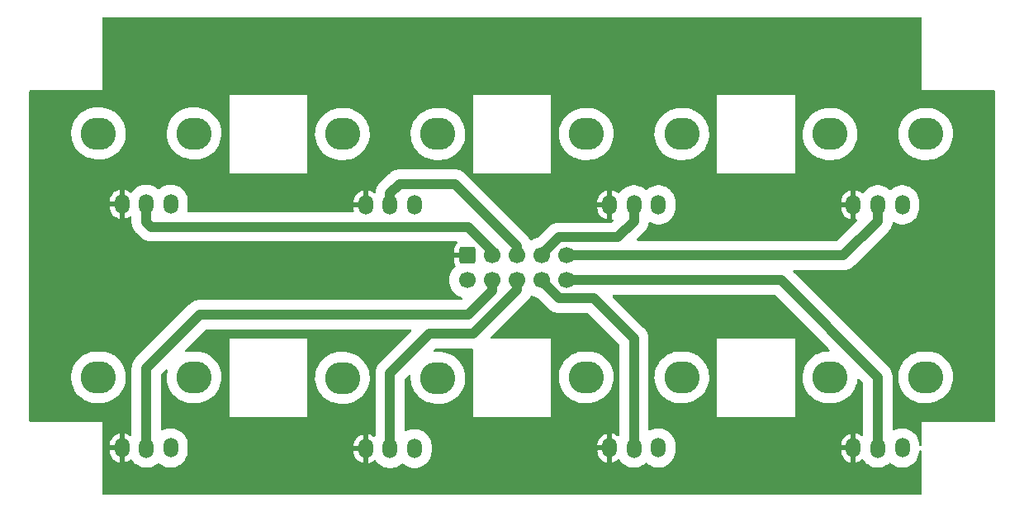
<source format=gbl>
G04 #@! TF.GenerationSoftware,KiCad,Pcbnew,(7.0.0)*
G04 #@! TF.CreationDate,2023-05-18T23:58:03+02:00*
G04 #@! TF.ProjectId,Pot,506f742e-6b69-4636-9164-5f7063625858,rev?*
G04 #@! TF.SameCoordinates,Original*
G04 #@! TF.FileFunction,Copper,L2,Bot*
G04 #@! TF.FilePolarity,Positive*
%FSLAX46Y46*%
G04 Gerber Fmt 4.6, Leading zero omitted, Abs format (unit mm)*
G04 Created by KiCad (PCBNEW (7.0.0)) date 2023-05-18 23:58:03*
%MOMM*%
%LPD*%
G01*
G04 APERTURE LIST*
G04 Aperture macros list*
%AMRoundRect*
0 Rectangle with rounded corners*
0 $1 Rounding radius*
0 $2 $3 $4 $5 $6 $7 $8 $9 X,Y pos of 4 corners*
0 Add a 4 corners polygon primitive as box body*
4,1,4,$2,$3,$4,$5,$6,$7,$8,$9,$2,$3,0*
0 Add four circle primitives for the rounded corners*
1,1,$1+$1,$2,$3*
1,1,$1+$1,$4,$5*
1,1,$1+$1,$6,$7*
1,1,$1+$1,$8,$9*
0 Add four rect primitives between the rounded corners*
20,1,$1+$1,$2,$3,$4,$5,0*
20,1,$1+$1,$4,$5,$6,$7,0*
20,1,$1+$1,$6,$7,$8,$9,0*
20,1,$1+$1,$8,$9,$2,$3,0*%
G04 Aperture macros list end*
G04 #@! TA.AperFunction,ComponentPad*
%ADD10O,1.500000X2.000000*%
G04 #@! TD*
G04 #@! TA.AperFunction,ComponentPad*
%ADD11O,3.600000X3.300000*%
G04 #@! TD*
G04 #@! TA.AperFunction,ComponentPad*
%ADD12RoundRect,0.250000X-0.600000X0.600000X-0.600000X-0.600000X0.600000X-0.600000X0.600000X0.600000X0*%
G04 #@! TD*
G04 #@! TA.AperFunction,ComponentPad*
%ADD13C,1.700000*%
G04 #@! TD*
G04 #@! TA.AperFunction,Conductor*
%ADD14C,1.000000*%
G04 #@! TD*
G04 APERTURE END LIST*
D10*
X146999999Y-80751135D03*
X149493385Y-80753306D03*
X151999999Y-80746691D03*
D11*
X144599999Y-73499999D03*
X154399999Y-73499999D03*
D10*
X121999999Y-80751135D03*
X124493385Y-80753306D03*
X126999999Y-80746691D03*
D11*
X119599999Y-73499999D03*
X129399999Y-73499999D03*
D10*
X121999999Y-105687981D03*
X124493385Y-105690152D03*
X126999999Y-105683537D03*
D11*
X119599999Y-98436845D03*
X129399999Y-98436845D03*
D10*
X96999999Y-80751135D03*
X99493385Y-80753306D03*
X101999999Y-80746691D03*
D11*
X94599999Y-73499999D03*
X104399999Y-73499999D03*
D10*
X96999999Y-105751135D03*
X99493385Y-105753306D03*
X101999999Y-105746691D03*
D11*
X94599999Y-98499999D03*
X104399999Y-98499999D03*
D10*
X71999999Y-80687981D03*
X74493385Y-80690152D03*
X76999999Y-80683537D03*
D11*
X69599999Y-73436845D03*
X79399999Y-73436845D03*
D10*
X71999999Y-105687981D03*
X74493385Y-105690152D03*
X76999999Y-105683537D03*
D11*
X69599999Y-98436845D03*
X79399999Y-98436845D03*
D10*
X146999999Y-105687981D03*
X149493385Y-105690152D03*
X151999999Y-105683537D03*
D11*
X144599999Y-98436845D03*
X154399999Y-98436845D03*
D12*
X107414000Y-85946000D03*
D13*
X107414000Y-88486000D03*
X109954000Y-85946000D03*
X109954000Y-88486000D03*
X112494000Y-85946000D03*
X112494000Y-88486000D03*
X115034000Y-85946000D03*
X115034000Y-88486000D03*
X117574000Y-85946000D03*
X117574000Y-88486000D03*
D14*
X109954000Y-85454000D02*
X107500000Y-83000000D01*
X107500000Y-83000000D02*
X75000000Y-83000000D01*
X74500000Y-82500000D02*
X74500000Y-80375000D01*
X109954000Y-85946000D02*
X109954000Y-85454000D01*
X75000000Y-83000000D02*
X74500000Y-82500000D01*
X74500000Y-105375000D02*
X74500000Y-97500000D01*
X107500000Y-92000000D02*
X109954000Y-89546000D01*
X80000000Y-92000000D02*
X107500000Y-92000000D01*
X109954000Y-89546000D02*
X109954000Y-88486000D01*
X74500000Y-97500000D02*
X80000000Y-92000000D01*
X99500000Y-79585787D02*
X100460787Y-78625000D01*
X100460787Y-78625000D02*
X106125000Y-78625000D01*
X106125000Y-78625000D02*
X112494000Y-84994000D01*
X112494000Y-84994000D02*
X112494000Y-85946000D01*
X99500000Y-80375000D02*
X99500000Y-79585787D01*
X99500000Y-106000000D02*
X99500000Y-98000000D01*
X103500000Y-94000000D02*
X108000000Y-94000000D01*
X99500000Y-98000000D02*
X103500000Y-94000000D01*
X108000000Y-94000000D02*
X112494000Y-89506000D01*
X112494000Y-89506000D02*
X112494000Y-88486000D01*
X122818213Y-84096000D02*
X116807704Y-84096000D01*
X124500000Y-82414213D02*
X122818213Y-84096000D01*
X116807704Y-84096000D02*
X115034000Y-85869704D01*
X124500000Y-80375000D02*
X124500000Y-82414213D01*
X115034000Y-85869704D02*
X115034000Y-85946000D01*
X124500000Y-105352500D02*
X124500000Y-94500000D01*
X120336000Y-90336000D02*
X116807704Y-90336000D01*
X116807704Y-90336000D02*
X115034000Y-88562296D01*
X124500000Y-94500000D02*
X120336000Y-90336000D01*
X115034000Y-88562296D02*
X115034000Y-88486000D01*
X149500000Y-82414213D02*
X145968213Y-85946000D01*
X149500000Y-80375000D02*
X149500000Y-82414213D01*
X145968213Y-85946000D02*
X117574000Y-85946000D01*
X149500000Y-98427000D02*
X139559000Y-88486000D01*
X149500000Y-105375000D02*
X149500000Y-98427000D01*
X139559000Y-88486000D02*
X117574000Y-88486000D01*
G04 #@! TA.AperFunction,Conductor*
G36*
X153937000Y-61516881D02*
G01*
X153983119Y-61563000D01*
X154000000Y-61626000D01*
X154000000Y-69000000D01*
X161374000Y-69000000D01*
X161437000Y-69016881D01*
X161483119Y-69063000D01*
X161500000Y-69126000D01*
X161500000Y-102874000D01*
X161483119Y-102937000D01*
X161437000Y-102983119D01*
X161374000Y-103000000D01*
X154000000Y-103000000D01*
X154000000Y-103016590D01*
X154000000Y-105329964D01*
X153983896Y-105391599D01*
X153939701Y-105437479D01*
X153878711Y-105455876D01*
X153816517Y-105442088D01*
X153769017Y-105399639D01*
X153748352Y-105339380D01*
X153740887Y-105239767D01*
X153735802Y-105171908D01*
X153677420Y-104916122D01*
X153581568Y-104671895D01*
X153450386Y-104444681D01*
X153286805Y-104239557D01*
X153249905Y-104205319D01*
X153097934Y-104064310D01*
X153097928Y-104064305D01*
X153094479Y-104061105D01*
X153090586Y-104058450D01*
X153090580Y-104058446D01*
X152881600Y-103915966D01*
X152881597Y-103915964D01*
X152877704Y-103913310D01*
X152714240Y-103834590D01*
X152645572Y-103801521D01*
X152645569Y-103801520D01*
X152641323Y-103799475D01*
X152636825Y-103798087D01*
X152636816Y-103798084D01*
X152395121Y-103723532D01*
X152395122Y-103723532D01*
X152390615Y-103722142D01*
X152385962Y-103721440D01*
X152385955Y-103721439D01*
X152135842Y-103683740D01*
X152135836Y-103683739D01*
X152131182Y-103683038D01*
X151868818Y-103683038D01*
X151864164Y-103683739D01*
X151864157Y-103683740D01*
X151614044Y-103721439D01*
X151614034Y-103721441D01*
X151609385Y-103722142D01*
X151604880Y-103723531D01*
X151604878Y-103723532D01*
X151363183Y-103798084D01*
X151363170Y-103798089D01*
X151358677Y-103799475D01*
X151354434Y-103801517D01*
X151354427Y-103801521D01*
X151181169Y-103884958D01*
X151119435Y-103897238D01*
X151059464Y-103878123D01*
X151016222Y-103832385D01*
X151000500Y-103771436D01*
X151000500Y-98527983D01*
X151001081Y-98518623D01*
X151595722Y-98518623D01*
X151596079Y-98522483D01*
X151596080Y-98522492D01*
X151610094Y-98673719D01*
X151625890Y-98844183D01*
X151695836Y-99163568D01*
X151804501Y-99471937D01*
X151950237Y-99764615D01*
X151952377Y-99767844D01*
X151952379Y-99767848D01*
X152042380Y-99903672D01*
X152130836Y-100037165D01*
X152343558Y-100285455D01*
X152585181Y-100505723D01*
X152588336Y-100507956D01*
X152588343Y-100507962D01*
X152727311Y-100606335D01*
X152852040Y-100694629D01*
X153140091Y-100849309D01*
X153143709Y-100850710D01*
X153143712Y-100850712D01*
X153298373Y-100910628D01*
X153444967Y-100967419D01*
X153762046Y-101047167D01*
X154086523Y-101087346D01*
X154629732Y-101087346D01*
X154631665Y-101087346D01*
X154876334Y-101072255D01*
X155197722Y-101012178D01*
X155509291Y-100913061D01*
X155806317Y-100776406D01*
X156084300Y-100604287D01*
X156339024Y-100399312D01*
X156566628Y-100164587D01*
X156763662Y-99903672D01*
X156927139Y-99620521D01*
X157054581Y-99319426D01*
X157144057Y-99004953D01*
X157194209Y-98681868D01*
X157204278Y-98355069D01*
X157174110Y-98029509D01*
X157104164Y-97710124D01*
X156995499Y-97401755D01*
X156849763Y-97109077D01*
X156669164Y-96836527D01*
X156456442Y-96588237D01*
X156214819Y-96367969D01*
X156211665Y-96365736D01*
X156211656Y-96365729D01*
X155951122Y-96181301D01*
X155951118Y-96181298D01*
X155947960Y-96179063D01*
X155913280Y-96160440D01*
X155663325Y-96026217D01*
X155663320Y-96026214D01*
X155659909Y-96024383D01*
X155656298Y-96022984D01*
X155656287Y-96022979D01*
X155358656Y-95907676D01*
X155358647Y-95907673D01*
X155355033Y-95906273D01*
X155351275Y-95905327D01*
X155351263Y-95905324D01*
X155041724Y-95827473D01*
X155041721Y-95827472D01*
X155037954Y-95826525D01*
X155034109Y-95826048D01*
X155034099Y-95826047D01*
X154717329Y-95786823D01*
X154713477Y-95786346D01*
X154168335Y-95786346D01*
X154166438Y-95786462D01*
X154166405Y-95786464D01*
X153927533Y-95801198D01*
X153927525Y-95801198D01*
X153923666Y-95801437D01*
X153919869Y-95802146D01*
X153919859Y-95802148D01*
X153606082Y-95860802D01*
X153606067Y-95860805D01*
X153602278Y-95861514D01*
X153598597Y-95862684D01*
X153598589Y-95862687D01*
X153294403Y-95959455D01*
X153294390Y-95959459D01*
X153290709Y-95960631D01*
X153287196Y-95962246D01*
X153287181Y-95962253D01*
X152997225Y-96095656D01*
X152997219Y-96095658D01*
X152993683Y-96097286D01*
X152990381Y-96099330D01*
X152990367Y-96099338D01*
X152719008Y-96267356D01*
X152718999Y-96267362D01*
X152715700Y-96269405D01*
X152712679Y-96271835D01*
X152712669Y-96271843D01*
X152463999Y-96471947D01*
X152463995Y-96471950D01*
X152460976Y-96474380D01*
X152458289Y-96477151D01*
X152458277Y-96477162D01*
X152236067Y-96706324D01*
X152236054Y-96706338D01*
X152233372Y-96709105D01*
X152231044Y-96712186D01*
X152231036Y-96712197D01*
X152038679Y-96966919D01*
X152038673Y-96966927D01*
X152036338Y-96970020D01*
X152034396Y-96973382D01*
X152034395Y-96973385D01*
X151874802Y-97249807D01*
X151874794Y-97249822D01*
X151872861Y-97253171D01*
X151871352Y-97256734D01*
X151871347Y-97256746D01*
X151746932Y-97550690D01*
X151746929Y-97550698D01*
X151745419Y-97554266D01*
X151744361Y-97557981D01*
X151744356Y-97557998D01*
X151657005Y-97865003D01*
X151657001Y-97865018D01*
X151655943Y-97868739D01*
X151655347Y-97872573D01*
X151655347Y-97872577D01*
X151606386Y-98187984D01*
X151606384Y-98188001D01*
X151605791Y-98191824D01*
X151605671Y-98195705D01*
X151605671Y-98195710D01*
X151595841Y-98514741D01*
X151595841Y-98514750D01*
X151595722Y-98518623D01*
X151001081Y-98518623D01*
X151001468Y-98512397D01*
X151003712Y-98494392D01*
X151004357Y-98489221D01*
X151000608Y-98398576D01*
X151000500Y-98393369D01*
X151000500Y-98367539D01*
X151000500Y-98364933D01*
X150998150Y-98336585D01*
X150997829Y-98331406D01*
X150995213Y-98268149D01*
X150994081Y-98240763D01*
X150989287Y-98217905D01*
X150987036Y-98202450D01*
X150985538Y-98184371D01*
X150985108Y-98179179D01*
X150962826Y-98091192D01*
X150961662Y-98086157D01*
X150957727Y-98067392D01*
X150943049Y-97997386D01*
X150934562Y-97975636D01*
X150929797Y-97960763D01*
X150925342Y-97943169D01*
X150925341Y-97943166D01*
X150924063Y-97938119D01*
X150887621Y-97855040D01*
X150885638Y-97850253D01*
X150859492Y-97783247D01*
X150852656Y-97765726D01*
X150840699Y-97745660D01*
X150833549Y-97731770D01*
X150824173Y-97710393D01*
X150774572Y-97634472D01*
X150771814Y-97630055D01*
X150728029Y-97556575D01*
X150728028Y-97556574D01*
X150725366Y-97552106D01*
X150710266Y-97534278D01*
X150700938Y-97521767D01*
X150691016Y-97506579D01*
X150691010Y-97506571D01*
X150688164Y-97502215D01*
X150650627Y-97461439D01*
X150626724Y-97435473D01*
X150623278Y-97431570D01*
X150606591Y-97411868D01*
X150606588Y-97411865D01*
X150604902Y-97409874D01*
X150584793Y-97389765D01*
X150581187Y-97386007D01*
X150519744Y-97319262D01*
X150501302Y-97304908D01*
X150489606Y-97294578D01*
X140856623Y-87661595D01*
X140825885Y-87611436D01*
X140821269Y-87552789D01*
X140843782Y-87498439D01*
X140888515Y-87460233D01*
X140945718Y-87446500D01*
X145867230Y-87446500D01*
X145882814Y-87447467D01*
X145905992Y-87450357D01*
X145996636Y-87446608D01*
X146001844Y-87446500D01*
X146027675Y-87446500D01*
X146030280Y-87446500D01*
X146058623Y-87444150D01*
X146063791Y-87443829D01*
X146154450Y-87440081D01*
X146177314Y-87435286D01*
X146192759Y-87433036D01*
X146216034Y-87431108D01*
X146304031Y-87408823D01*
X146308976Y-87407679D01*
X146397827Y-87389049D01*
X146419581Y-87380559D01*
X146434445Y-87375797D01*
X146457094Y-87370063D01*
X146540192Y-87333612D01*
X146544944Y-87331643D01*
X146629487Y-87298656D01*
X146649547Y-87286701D01*
X146663440Y-87279551D01*
X146680041Y-87272269D01*
X146680039Y-87272269D01*
X146684820Y-87270173D01*
X146689185Y-87267321D01*
X146689189Y-87267319D01*
X146760760Y-87220559D01*
X146765180Y-87217800D01*
X146843107Y-87171366D01*
X146860933Y-87156267D01*
X146873438Y-87146942D01*
X146892998Y-87134164D01*
X146959760Y-87072703D01*
X146963600Y-87069312D01*
X146985339Y-87050902D01*
X147005480Y-87030759D01*
X147009164Y-87027224D01*
X147075951Y-86965744D01*
X147090308Y-86947297D01*
X147100628Y-86935611D01*
X150489611Y-83546628D01*
X150501297Y-83536308D01*
X150519744Y-83521951D01*
X150581224Y-83455164D01*
X150584759Y-83451480D01*
X150604902Y-83431339D01*
X150623312Y-83409600D01*
X150626703Y-83405760D01*
X150688164Y-83338998D01*
X150700942Y-83319438D01*
X150710267Y-83306933D01*
X150725366Y-83289107D01*
X150771801Y-83211176D01*
X150774559Y-83206760D01*
X150821319Y-83135189D01*
X150821321Y-83135185D01*
X150824173Y-83130820D01*
X150827613Y-83122976D01*
X150833551Y-83109440D01*
X150840702Y-83095547D01*
X150849988Y-83079964D01*
X150852656Y-83075487D01*
X150885643Y-82990944D01*
X150887612Y-82986192D01*
X150924063Y-82903094D01*
X150929797Y-82880445D01*
X150934562Y-82865575D01*
X150941152Y-82848688D01*
X150943049Y-82843827D01*
X150961679Y-82754976D01*
X150962823Y-82750031D01*
X150985108Y-82662034D01*
X150986801Y-82641591D01*
X151006078Y-82584330D01*
X151049798Y-82542626D01*
X151107905Y-82526069D01*
X151167040Y-82538468D01*
X151221456Y-82564673D01*
X151358677Y-82630755D01*
X151609385Y-82708088D01*
X151868818Y-82747192D01*
X152126466Y-82747192D01*
X152131182Y-82747192D01*
X152390615Y-82708088D01*
X152641323Y-82630755D01*
X152877704Y-82516920D01*
X153094479Y-82369125D01*
X153286805Y-82190673D01*
X153450386Y-81985549D01*
X153581568Y-81758335D01*
X153677420Y-81514108D01*
X153735802Y-81258322D01*
X153750500Y-81062186D01*
X153750500Y-80431198D01*
X153735802Y-80235062D01*
X153677420Y-79979276D01*
X153581568Y-79735049D01*
X153450386Y-79507835D01*
X153286805Y-79302711D01*
X153229835Y-79249851D01*
X153097934Y-79127464D01*
X153097928Y-79127459D01*
X153094479Y-79124259D01*
X153090586Y-79121604D01*
X153090580Y-79121600D01*
X152881600Y-78979120D01*
X152881597Y-78979118D01*
X152877704Y-78976464D01*
X152699341Y-78890569D01*
X152645572Y-78864675D01*
X152645569Y-78864674D01*
X152641323Y-78862629D01*
X152636825Y-78861241D01*
X152636816Y-78861238D01*
X152395121Y-78786686D01*
X152395122Y-78786686D01*
X152390615Y-78785296D01*
X152385962Y-78784594D01*
X152385955Y-78784593D01*
X152135842Y-78746894D01*
X152135836Y-78746893D01*
X152131182Y-78746192D01*
X151868818Y-78746192D01*
X151864164Y-78746893D01*
X151864157Y-78746894D01*
X151614044Y-78784593D01*
X151614034Y-78784595D01*
X151609385Y-78785296D01*
X151604880Y-78786685D01*
X151604878Y-78786686D01*
X151363183Y-78861238D01*
X151363170Y-78861243D01*
X151358677Y-78862629D01*
X151354434Y-78864671D01*
X151354427Y-78864675D01*
X151126544Y-78974418D01*
X151126541Y-78974419D01*
X151122296Y-78976464D01*
X151118407Y-78979114D01*
X151118399Y-78979120D01*
X150909416Y-79121603D01*
X150909412Y-79121605D01*
X150905521Y-79124259D01*
X150828830Y-79195417D01*
X150828829Y-79195418D01*
X150774219Y-79225156D01*
X150712037Y-79225156D01*
X150657427Y-79195417D01*
X150591320Y-79134080D01*
X150591319Y-79134079D01*
X150587865Y-79130874D01*
X150371090Y-78983079D01*
X150226213Y-78913310D01*
X150138958Y-78871290D01*
X150138955Y-78871289D01*
X150134709Y-78869244D01*
X150130211Y-78867856D01*
X150130202Y-78867853D01*
X149888507Y-78793301D01*
X149888508Y-78793301D01*
X149884001Y-78791911D01*
X149879348Y-78791209D01*
X149879341Y-78791208D01*
X149629228Y-78753509D01*
X149629222Y-78753508D01*
X149624568Y-78752807D01*
X149362204Y-78752807D01*
X149357550Y-78753508D01*
X149357543Y-78753509D01*
X149107430Y-78791208D01*
X149107420Y-78791210D01*
X149102771Y-78791911D01*
X149098266Y-78793300D01*
X149098264Y-78793301D01*
X148856569Y-78867853D01*
X148856556Y-78867858D01*
X148852063Y-78869244D01*
X148847820Y-78871286D01*
X148847813Y-78871290D01*
X148619930Y-78981033D01*
X148619927Y-78981034D01*
X148615682Y-78983079D01*
X148611793Y-78985729D01*
X148611785Y-78985735D01*
X148402805Y-79128215D01*
X148402793Y-79128224D01*
X148398907Y-79130874D01*
X148395463Y-79134068D01*
X148395451Y-79134079D01*
X148210030Y-79306125D01*
X148210024Y-79306130D01*
X148206581Y-79309326D01*
X148203653Y-79312996D01*
X148203646Y-79313005D01*
X148045935Y-79510769D01*
X148045932Y-79510773D01*
X148043000Y-79514450D01*
X148040651Y-79518516D01*
X148040641Y-79518533D01*
X148032663Y-79532352D01*
X147994132Y-79573720D01*
X147941391Y-79594077D01*
X147885058Y-79589324D01*
X147836473Y-79560419D01*
X147791609Y-79517525D01*
X147782799Y-79510499D01*
X147603262Y-79391989D01*
X147593326Y-79386642D01*
X147395523Y-79302097D01*
X147384796Y-79298611D01*
X147267840Y-79271917D01*
X147256520Y-79271917D01*
X147254000Y-79282956D01*
X147254000Y-82218191D01*
X147257946Y-82231700D01*
X147274052Y-82234128D01*
X147336564Y-82262452D01*
X147374959Y-82319337D01*
X147377845Y-82387906D01*
X147344367Y-82447816D01*
X145383590Y-84408595D01*
X145342713Y-84435909D01*
X145294495Y-84445500D01*
X124894932Y-84445500D01*
X124837729Y-84431767D01*
X124792996Y-84393561D01*
X124770483Y-84339211D01*
X124775099Y-84280564D01*
X124805836Y-84230405D01*
X124970858Y-84065383D01*
X125489614Y-83546625D01*
X125501314Y-83536295D01*
X125519744Y-83521951D01*
X125581224Y-83455164D01*
X125584759Y-83451480D01*
X125604902Y-83431339D01*
X125623312Y-83409600D01*
X125626703Y-83405760D01*
X125688164Y-83338998D01*
X125700942Y-83319438D01*
X125710267Y-83306933D01*
X125725366Y-83289107D01*
X125771801Y-83211176D01*
X125774559Y-83206760D01*
X125821319Y-83135189D01*
X125821321Y-83135185D01*
X125824173Y-83130820D01*
X125827613Y-83122976D01*
X125833551Y-83109440D01*
X125840702Y-83095547D01*
X125849988Y-83079964D01*
X125852656Y-83075487D01*
X125885643Y-82990944D01*
X125887612Y-82986192D01*
X125924063Y-82903094D01*
X125929797Y-82880445D01*
X125934562Y-82865575D01*
X125941152Y-82848688D01*
X125943049Y-82843827D01*
X125961679Y-82754976D01*
X125962823Y-82750031D01*
X125985108Y-82662034D01*
X125986801Y-82641591D01*
X126006078Y-82584330D01*
X126049798Y-82542626D01*
X126107905Y-82526069D01*
X126167040Y-82538468D01*
X126221456Y-82564673D01*
X126358677Y-82630755D01*
X126609385Y-82708088D01*
X126868818Y-82747192D01*
X127126466Y-82747192D01*
X127131182Y-82747192D01*
X127390615Y-82708088D01*
X127641323Y-82630755D01*
X127877704Y-82516920D01*
X128094479Y-82369125D01*
X128286805Y-82190673D01*
X128450386Y-81985549D01*
X128581568Y-81758335D01*
X128677420Y-81514108D01*
X128735802Y-81258322D01*
X128750500Y-81062186D01*
X128750500Y-81054814D01*
X145742000Y-81054814D01*
X145742252Y-81060444D01*
X145756705Y-81221031D01*
X145758719Y-81232127D01*
X145815949Y-81439491D01*
X145819913Y-81450055D01*
X145913248Y-81643868D01*
X145919034Y-81653552D01*
X146045481Y-81827592D01*
X146052895Y-81836078D01*
X146208390Y-81984746D01*
X146217200Y-81991772D01*
X146396737Y-82110282D01*
X146406673Y-82115629D01*
X146604476Y-82200174D01*
X146615203Y-82203660D01*
X146732160Y-82230355D01*
X146743480Y-82230355D01*
X146746000Y-82219316D01*
X146746000Y-81021726D01*
X146742493Y-81008642D01*
X146729410Y-81005136D01*
X145758590Y-81005136D01*
X145745506Y-81008642D01*
X145742000Y-81021726D01*
X145742000Y-81054814D01*
X128750500Y-81054814D01*
X128750500Y-80480546D01*
X145742000Y-80480546D01*
X145745506Y-80493629D01*
X145758590Y-80497136D01*
X146729410Y-80497136D01*
X146742493Y-80493629D01*
X146746000Y-80480546D01*
X146746000Y-79284081D01*
X146742053Y-79270571D01*
X146728133Y-79268473D01*
X146724539Y-79268960D01*
X146713556Y-79271467D01*
X146508954Y-79337946D01*
X146498596Y-79342373D01*
X146309152Y-79444317D01*
X146299749Y-79450524D01*
X146131550Y-79584659D01*
X146123406Y-79592446D01*
X145981868Y-79754448D01*
X145975239Y-79763572D01*
X145864899Y-79948251D01*
X145860013Y-79958396D01*
X145784420Y-80159813D01*
X145781422Y-80170676D01*
X145743011Y-80382342D01*
X145742000Y-80393576D01*
X145742000Y-80480546D01*
X128750500Y-80480546D01*
X128750500Y-80431198D01*
X128735802Y-80235062D01*
X128677420Y-79979276D01*
X128581568Y-79735049D01*
X128450386Y-79507835D01*
X128286805Y-79302711D01*
X128229835Y-79249851D01*
X128097934Y-79127464D01*
X128097928Y-79127459D01*
X128094479Y-79124259D01*
X128090586Y-79121604D01*
X128090580Y-79121600D01*
X127881600Y-78979120D01*
X127881597Y-78979118D01*
X127877704Y-78976464D01*
X127699341Y-78890569D01*
X127645572Y-78864675D01*
X127645569Y-78864674D01*
X127641323Y-78862629D01*
X127636825Y-78861241D01*
X127636816Y-78861238D01*
X127395121Y-78786686D01*
X127395122Y-78786686D01*
X127390615Y-78785296D01*
X127385962Y-78784594D01*
X127385955Y-78784593D01*
X127135842Y-78746894D01*
X127135836Y-78746893D01*
X127131182Y-78746192D01*
X126868818Y-78746192D01*
X126864164Y-78746893D01*
X126864157Y-78746894D01*
X126614044Y-78784593D01*
X126614034Y-78784595D01*
X126609385Y-78785296D01*
X126604880Y-78786685D01*
X126604878Y-78786686D01*
X126363183Y-78861238D01*
X126363170Y-78861243D01*
X126358677Y-78862629D01*
X126354434Y-78864671D01*
X126354427Y-78864675D01*
X126126544Y-78974418D01*
X126126541Y-78974419D01*
X126122296Y-78976464D01*
X126118407Y-78979114D01*
X126118399Y-78979120D01*
X125909416Y-79121603D01*
X125909412Y-79121605D01*
X125905521Y-79124259D01*
X125828830Y-79195417D01*
X125828829Y-79195418D01*
X125774219Y-79225156D01*
X125712037Y-79225156D01*
X125657427Y-79195417D01*
X125591320Y-79134080D01*
X125591319Y-79134079D01*
X125587865Y-79130874D01*
X125371090Y-78983079D01*
X125226213Y-78913310D01*
X125138958Y-78871290D01*
X125138955Y-78871289D01*
X125134709Y-78869244D01*
X125130211Y-78867856D01*
X125130202Y-78867853D01*
X124888507Y-78793301D01*
X124888508Y-78793301D01*
X124884001Y-78791911D01*
X124879348Y-78791209D01*
X124879341Y-78791208D01*
X124629228Y-78753509D01*
X124629222Y-78753508D01*
X124624568Y-78752807D01*
X124362204Y-78752807D01*
X124357550Y-78753508D01*
X124357543Y-78753509D01*
X124107430Y-78791208D01*
X124107420Y-78791210D01*
X124102771Y-78791911D01*
X124098266Y-78793300D01*
X124098264Y-78793301D01*
X123856569Y-78867853D01*
X123856556Y-78867858D01*
X123852063Y-78869244D01*
X123847820Y-78871286D01*
X123847813Y-78871290D01*
X123619930Y-78981033D01*
X123619927Y-78981034D01*
X123615682Y-78983079D01*
X123611793Y-78985729D01*
X123611785Y-78985735D01*
X123402805Y-79128215D01*
X123402793Y-79128224D01*
X123398907Y-79130874D01*
X123395463Y-79134068D01*
X123395451Y-79134079D01*
X123210030Y-79306125D01*
X123210024Y-79306130D01*
X123206581Y-79309326D01*
X123203653Y-79312996D01*
X123203646Y-79313005D01*
X123045935Y-79510769D01*
X123045932Y-79510773D01*
X123043000Y-79514450D01*
X123040651Y-79518516D01*
X123040641Y-79518533D01*
X123032663Y-79532352D01*
X122994132Y-79573720D01*
X122941391Y-79594077D01*
X122885058Y-79589324D01*
X122836473Y-79560419D01*
X122791609Y-79517525D01*
X122782799Y-79510499D01*
X122603262Y-79391989D01*
X122593326Y-79386642D01*
X122395523Y-79302097D01*
X122384796Y-79298611D01*
X122267840Y-79271917D01*
X122256520Y-79271917D01*
X122254000Y-79282956D01*
X122254000Y-82218191D01*
X122257946Y-82231700D01*
X122274052Y-82234128D01*
X122336564Y-82262452D01*
X122374959Y-82319337D01*
X122377845Y-82387906D01*
X122344368Y-82447816D01*
X122233590Y-82558595D01*
X122192712Y-82585909D01*
X122144494Y-82595500D01*
X116908687Y-82595500D01*
X116893101Y-82594532D01*
X116875096Y-82592287D01*
X116875089Y-82592286D01*
X116869925Y-82591643D01*
X116864722Y-82591858D01*
X116864718Y-82591858D01*
X116779289Y-82595392D01*
X116774082Y-82595500D01*
X116745637Y-82595500D01*
X116743076Y-82595712D01*
X116743055Y-82595713D01*
X116717281Y-82597849D01*
X116712087Y-82598171D01*
X116626674Y-82601704D01*
X116626666Y-82601704D01*
X116621467Y-82601920D01*
X116616372Y-82602988D01*
X116616366Y-82602989D01*
X116598615Y-82606711D01*
X116583170Y-82608961D01*
X116565088Y-82610459D01*
X116565067Y-82610462D01*
X116559883Y-82610892D01*
X116554840Y-82612168D01*
X116554828Y-82612171D01*
X116471920Y-82633166D01*
X116466849Y-82634339D01*
X116383189Y-82651881D01*
X116383179Y-82651883D01*
X116378090Y-82652951D01*
X116373241Y-82654842D01*
X116373224Y-82654848D01*
X116356328Y-82661440D01*
X116341473Y-82666199D01*
X116323884Y-82670654D01*
X116323870Y-82670658D01*
X116318823Y-82671937D01*
X116314063Y-82674024D01*
X116314045Y-82674031D01*
X116235730Y-82708383D01*
X116230922Y-82710375D01*
X116151283Y-82741451D01*
X116151279Y-82741452D01*
X116146430Y-82743345D01*
X116141960Y-82746007D01*
X116141944Y-82746016D01*
X116126354Y-82755305D01*
X116112485Y-82762444D01*
X116095868Y-82769734D01*
X116091097Y-82771827D01*
X116086742Y-82774671D01*
X116086733Y-82774677D01*
X116015151Y-82821443D01*
X116010735Y-82824199D01*
X115937291Y-82867962D01*
X115937275Y-82867973D01*
X115932810Y-82870634D01*
X115928838Y-82873997D01*
X115928835Y-82874000D01*
X115914984Y-82885731D01*
X115902473Y-82895059D01*
X115887284Y-82904982D01*
X115887267Y-82904995D01*
X115882919Y-82907836D01*
X115879094Y-82911357D01*
X115879089Y-82911361D01*
X115816170Y-82969281D01*
X115812272Y-82972723D01*
X115792568Y-82989412D01*
X115792561Y-82989418D01*
X115790578Y-82991098D01*
X115788735Y-82992939D01*
X115788737Y-82992939D01*
X115770477Y-83011198D01*
X115766725Y-83014798D01*
X115703794Y-83072731D01*
X115703787Y-83072737D01*
X115699966Y-83076256D01*
X115696778Y-83080351D01*
X115696763Y-83080368D01*
X115685612Y-83094695D01*
X115675280Y-83106394D01*
X114670946Y-84110728D01*
X114608635Y-84144753D01*
X114515720Y-84164966D01*
X114515716Y-84164966D01*
X114511322Y-84165923D01*
X114507120Y-84167489D01*
X114507107Y-84167494D01*
X114267528Y-84256852D01*
X114267514Y-84256858D01*
X114263311Y-84258426D01*
X114259368Y-84260578D01*
X114259357Y-84260584D01*
X114034938Y-84383127D01*
X114034931Y-84383131D01*
X114030989Y-84385284D01*
X114028755Y-84386955D01*
X113962162Y-84406826D01*
X113894807Y-84388008D01*
X113848105Y-84336440D01*
X113846656Y-84332726D01*
X113842807Y-84326267D01*
X113834699Y-84312660D01*
X113827549Y-84298770D01*
X113818173Y-84277393D01*
X113804753Y-84256852D01*
X113768572Y-84201472D01*
X113765814Y-84197055D01*
X113722029Y-84123575D01*
X113722028Y-84123574D01*
X113719366Y-84119106D01*
X113704266Y-84101278D01*
X113694938Y-84088767D01*
X113685016Y-84073579D01*
X113685010Y-84073571D01*
X113682164Y-84069215D01*
X113636623Y-84019744D01*
X113620724Y-84002473D01*
X113617278Y-83998570D01*
X113600591Y-83978868D01*
X113600588Y-83978865D01*
X113598902Y-83976874D01*
X113578792Y-83956764D01*
X113575187Y-83953007D01*
X113513744Y-83886262D01*
X113495302Y-83871908D01*
X113483606Y-83861578D01*
X110676842Y-81054814D01*
X120742000Y-81054814D01*
X120742252Y-81060444D01*
X120756705Y-81221031D01*
X120758719Y-81232127D01*
X120815949Y-81439491D01*
X120819913Y-81450055D01*
X120913248Y-81643868D01*
X120919034Y-81653552D01*
X121045481Y-81827592D01*
X121052895Y-81836078D01*
X121208390Y-81984746D01*
X121217200Y-81991772D01*
X121396737Y-82110282D01*
X121406673Y-82115629D01*
X121604476Y-82200174D01*
X121615203Y-82203660D01*
X121732160Y-82230355D01*
X121743480Y-82230355D01*
X121746000Y-82219316D01*
X121746000Y-81021726D01*
X121742493Y-81008642D01*
X121729410Y-81005136D01*
X120758590Y-81005136D01*
X120745506Y-81008642D01*
X120742000Y-81021726D01*
X120742000Y-81054814D01*
X110676842Y-81054814D01*
X110102574Y-80480546D01*
X120742000Y-80480546D01*
X120745506Y-80493629D01*
X120758590Y-80497136D01*
X121729410Y-80497136D01*
X121742493Y-80493629D01*
X121746000Y-80480546D01*
X121746000Y-79284081D01*
X121742053Y-79270571D01*
X121728133Y-79268473D01*
X121724539Y-79268960D01*
X121713556Y-79271467D01*
X121508954Y-79337946D01*
X121498596Y-79342373D01*
X121309152Y-79444317D01*
X121299749Y-79450524D01*
X121131550Y-79584659D01*
X121123406Y-79592446D01*
X120981868Y-79754448D01*
X120975239Y-79763572D01*
X120864899Y-79948251D01*
X120860013Y-79958396D01*
X120784420Y-80159813D01*
X120781422Y-80170676D01*
X120743011Y-80382342D01*
X120742000Y-80393576D01*
X120742000Y-80480546D01*
X110102574Y-80480546D01*
X107257425Y-77635397D01*
X107247088Y-77623692D01*
X107235942Y-77609372D01*
X107235938Y-77609368D01*
X107232738Y-77605256D01*
X107165967Y-77543789D01*
X107162233Y-77540205D01*
X107143976Y-77521948D01*
X107142126Y-77520098D01*
X107137156Y-77515889D01*
X107120427Y-77501719D01*
X107116525Y-77498274D01*
X107078327Y-77463111D01*
X107049785Y-77436836D01*
X107045423Y-77433986D01*
X107045419Y-77433983D01*
X107030228Y-77424058D01*
X107017712Y-77414725D01*
X107014215Y-77411764D01*
X106999894Y-77399634D01*
X106921916Y-77353169D01*
X106917543Y-77350438D01*
X106845973Y-77303679D01*
X106845969Y-77303677D01*
X106841607Y-77300827D01*
X106820223Y-77291447D01*
X106806345Y-77284303D01*
X106790749Y-77275010D01*
X106790744Y-77275007D01*
X106786274Y-77272344D01*
X106767664Y-77265082D01*
X106701776Y-77239372D01*
X106696967Y-77237380D01*
X106618651Y-77203029D01*
X106618648Y-77203027D01*
X106613881Y-77200937D01*
X106608842Y-77199661D01*
X106608828Y-77199656D01*
X106591231Y-77195200D01*
X106576371Y-77190440D01*
X106554614Y-77181951D01*
X106549517Y-77180882D01*
X106549513Y-77180881D01*
X106465850Y-77163338D01*
X106460779Y-77162165D01*
X106377868Y-77141169D01*
X106377855Y-77141166D01*
X106372821Y-77139892D01*
X106367639Y-77139462D01*
X106367630Y-77139461D01*
X106349550Y-77137963D01*
X106334107Y-77135713D01*
X106316342Y-77131988D01*
X106316326Y-77131986D01*
X106311237Y-77130919D01*
X106306035Y-77130703D01*
X106306029Y-77130703D01*
X106220606Y-77127170D01*
X106215412Y-77126848D01*
X106189673Y-77124715D01*
X106189651Y-77124714D01*
X106187067Y-77124500D01*
X106184453Y-77124500D01*
X106158631Y-77124500D01*
X106153424Y-77124392D01*
X106067986Y-77120858D01*
X106067981Y-77120858D01*
X106062779Y-77120643D01*
X106057615Y-77121286D01*
X106057607Y-77121287D01*
X106039602Y-77123532D01*
X106024017Y-77124500D01*
X100561770Y-77124500D01*
X100546185Y-77123532D01*
X100528179Y-77121287D01*
X100528172Y-77121286D01*
X100523008Y-77120643D01*
X100517804Y-77120858D01*
X100517800Y-77120858D01*
X100432363Y-77124392D01*
X100427156Y-77124500D01*
X100398720Y-77124500D01*
X100396136Y-77124714D01*
X100396113Y-77124715D01*
X100370376Y-77126848D01*
X100365182Y-77127170D01*
X100279759Y-77130703D01*
X100279752Y-77130703D01*
X100274550Y-77130919D01*
X100269454Y-77131987D01*
X100269441Y-77131989D01*
X100251679Y-77135713D01*
X100236237Y-77137963D01*
X100218160Y-77139461D01*
X100218153Y-77139462D01*
X100212966Y-77139892D01*
X100207925Y-77141168D01*
X100207916Y-77141170D01*
X100125016Y-77162163D01*
X100119945Y-77163336D01*
X100036275Y-77180881D01*
X100036273Y-77180881D01*
X100031173Y-77181951D01*
X100026322Y-77183843D01*
X100026304Y-77183849D01*
X100009411Y-77190440D01*
X99994556Y-77195199D01*
X99976965Y-77199654D01*
X99976945Y-77199660D01*
X99971906Y-77200937D01*
X99967142Y-77203026D01*
X99967129Y-77203031D01*
X99888835Y-77237373D01*
X99884028Y-77239365D01*
X99820807Y-77264034D01*
X99799513Y-77272344D01*
X99795041Y-77275008D01*
X99795034Y-77275012D01*
X99779442Y-77284302D01*
X99765569Y-77291443D01*
X99748952Y-77298732D01*
X99748935Y-77298741D01*
X99744180Y-77300827D01*
X99739823Y-77303673D01*
X99739822Y-77303674D01*
X99668245Y-77350436D01*
X99663830Y-77353192D01*
X99590371Y-77396965D01*
X99590365Y-77396968D01*
X99585893Y-77399634D01*
X99581917Y-77403000D01*
X99581916Y-77403002D01*
X99568067Y-77414731D01*
X99555556Y-77424059D01*
X99540367Y-77433982D01*
X99540350Y-77433995D01*
X99536002Y-77436836D01*
X99532177Y-77440357D01*
X99532172Y-77440361D01*
X99469253Y-77498281D01*
X99465355Y-77501723D01*
X99445651Y-77518412D01*
X99445644Y-77518418D01*
X99443661Y-77520098D01*
X99441818Y-77521939D01*
X99441820Y-77521939D01*
X99423560Y-77540198D01*
X99419808Y-77543798D01*
X99356877Y-77601731D01*
X99356870Y-77601737D01*
X99353049Y-77605256D01*
X99349861Y-77609351D01*
X99349846Y-77609368D01*
X99338695Y-77623695D01*
X99328363Y-77635394D01*
X98510394Y-78453363D01*
X98498695Y-78463695D01*
X98484368Y-78474846D01*
X98484351Y-78474861D01*
X98480256Y-78478049D01*
X98476737Y-78481870D01*
X98476731Y-78481877D01*
X98418798Y-78544808D01*
X98415198Y-78548560D01*
X98395098Y-78568661D01*
X98393418Y-78570644D01*
X98393412Y-78570651D01*
X98376723Y-78590355D01*
X98373281Y-78594253D01*
X98315361Y-78657172D01*
X98315357Y-78657177D01*
X98311836Y-78661002D01*
X98308995Y-78665350D01*
X98308982Y-78665367D01*
X98299059Y-78680556D01*
X98289731Y-78693067D01*
X98274634Y-78710893D01*
X98271968Y-78715365D01*
X98271965Y-78715371D01*
X98228192Y-78788830D01*
X98225436Y-78793245D01*
X98180107Y-78862629D01*
X98175827Y-78869180D01*
X98173741Y-78873935D01*
X98173732Y-78873952D01*
X98166443Y-78890569D01*
X98159302Y-78904442D01*
X98150012Y-78920034D01*
X98150008Y-78920041D01*
X98147344Y-78924513D01*
X98145452Y-78929362D01*
X98114365Y-79009028D01*
X98112373Y-79013835D01*
X98078031Y-79092129D01*
X98078026Y-79092142D01*
X98075937Y-79096906D01*
X98074660Y-79101945D01*
X98074654Y-79101965D01*
X98070199Y-79119556D01*
X98065440Y-79134411D01*
X98058849Y-79151304D01*
X98058843Y-79151322D01*
X98056951Y-79156173D01*
X98055881Y-79161273D01*
X98055881Y-79161275D01*
X98038336Y-79244945D01*
X98037163Y-79250016D01*
X98016170Y-79332916D01*
X98016168Y-79332925D01*
X98014892Y-79337966D01*
X98014462Y-79343153D01*
X98014461Y-79343160D01*
X98012963Y-79361237D01*
X98010713Y-79376679D01*
X98006989Y-79394441D01*
X98006987Y-79394454D01*
X98005919Y-79399550D01*
X98005703Y-79404754D01*
X98005703Y-79404760D01*
X98004590Y-79431675D01*
X97989284Y-79486856D01*
X97951135Y-79529563D01*
X97898025Y-79550976D01*
X97840922Y-79546671D01*
X97796528Y-79520437D01*
X97796036Y-79521055D01*
X97791633Y-79517544D01*
X97791623Y-79517538D01*
X97791609Y-79517524D01*
X97782799Y-79510499D01*
X97603262Y-79391989D01*
X97593326Y-79386642D01*
X97395523Y-79302097D01*
X97384796Y-79298611D01*
X97267840Y-79271917D01*
X97256520Y-79271917D01*
X97254000Y-79282956D01*
X97254000Y-80879136D01*
X97237119Y-80942136D01*
X97191000Y-80988255D01*
X97128000Y-81005136D01*
X95758590Y-81005136D01*
X95745506Y-81008642D01*
X95742000Y-81021726D01*
X95742000Y-81054814D01*
X95742252Y-81060444D01*
X95756705Y-81221031D01*
X95758719Y-81232127D01*
X95788485Y-81339979D01*
X95790741Y-81397387D01*
X95767275Y-81449829D01*
X95722966Y-81486402D01*
X95667026Y-81499500D01*
X78824339Y-81499500D01*
X78769670Y-81487022D01*
X78725828Y-81452060D01*
X78701498Y-81401537D01*
X78701498Y-81345462D01*
X78735802Y-81195168D01*
X78750500Y-80999032D01*
X78750500Y-80480546D01*
X95742000Y-80480546D01*
X95745506Y-80493629D01*
X95758590Y-80497136D01*
X96729410Y-80497136D01*
X96742493Y-80493629D01*
X96746000Y-80480546D01*
X96746000Y-79284081D01*
X96742053Y-79270571D01*
X96728133Y-79268473D01*
X96724539Y-79268960D01*
X96713556Y-79271467D01*
X96508954Y-79337946D01*
X96498596Y-79342373D01*
X96309152Y-79444317D01*
X96299749Y-79450524D01*
X96131550Y-79584659D01*
X96123406Y-79592446D01*
X95981868Y-79754448D01*
X95975239Y-79763572D01*
X95864899Y-79948251D01*
X95860013Y-79958396D01*
X95784420Y-80159813D01*
X95781422Y-80170676D01*
X95743011Y-80382342D01*
X95742000Y-80393576D01*
X95742000Y-80480546D01*
X78750500Y-80480546D01*
X78750500Y-80368044D01*
X78735802Y-80171908D01*
X78677420Y-79916122D01*
X78581568Y-79671895D01*
X78513935Y-79554752D01*
X78452741Y-79448760D01*
X78450386Y-79444681D01*
X78286805Y-79239557D01*
X78239233Y-79195417D01*
X78097934Y-79064310D01*
X78097928Y-79064305D01*
X78094479Y-79061105D01*
X78090586Y-79058450D01*
X78090580Y-79058446D01*
X77881600Y-78915966D01*
X77881597Y-78915964D01*
X77877704Y-78913310D01*
X77659308Y-78808136D01*
X77645572Y-78801521D01*
X77645569Y-78801520D01*
X77641323Y-78799475D01*
X77636825Y-78798087D01*
X77636816Y-78798084D01*
X77395121Y-78723532D01*
X77395122Y-78723532D01*
X77390615Y-78722142D01*
X77385962Y-78721440D01*
X77385955Y-78721439D01*
X77135842Y-78683740D01*
X77135836Y-78683739D01*
X77131182Y-78683038D01*
X76868818Y-78683038D01*
X76864164Y-78683739D01*
X76864157Y-78683740D01*
X76614044Y-78721439D01*
X76614034Y-78721441D01*
X76609385Y-78722142D01*
X76604880Y-78723531D01*
X76604878Y-78723532D01*
X76363183Y-78798084D01*
X76363170Y-78798089D01*
X76358677Y-78799475D01*
X76354434Y-78801517D01*
X76354427Y-78801521D01*
X76126544Y-78911264D01*
X76126541Y-78911265D01*
X76122296Y-78913310D01*
X76118407Y-78915960D01*
X76118399Y-78915966D01*
X75909416Y-79058449D01*
X75909412Y-79058451D01*
X75905521Y-79061105D01*
X75834360Y-79127132D01*
X75828829Y-79132264D01*
X75774219Y-79162002D01*
X75712037Y-79162002D01*
X75657427Y-79132263D01*
X75591320Y-79070926D01*
X75591319Y-79070925D01*
X75587865Y-79067720D01*
X75384932Y-78929362D01*
X75374986Y-78922581D01*
X75374983Y-78922579D01*
X75371090Y-78919925D01*
X75134709Y-78806090D01*
X75130211Y-78804702D01*
X75130202Y-78804699D01*
X74888507Y-78730147D01*
X74888508Y-78730147D01*
X74884001Y-78728757D01*
X74879348Y-78728055D01*
X74879341Y-78728054D01*
X74629228Y-78690355D01*
X74629222Y-78690354D01*
X74624568Y-78689653D01*
X74362204Y-78689653D01*
X74357550Y-78690354D01*
X74357543Y-78690355D01*
X74107430Y-78728054D01*
X74107420Y-78728056D01*
X74102771Y-78728757D01*
X74098266Y-78730146D01*
X74098264Y-78730147D01*
X73856569Y-78804699D01*
X73856556Y-78804704D01*
X73852063Y-78806090D01*
X73847820Y-78808132D01*
X73847813Y-78808136D01*
X73619930Y-78917879D01*
X73619927Y-78917880D01*
X73615682Y-78919925D01*
X73611793Y-78922575D01*
X73611785Y-78922581D01*
X73402805Y-79065061D01*
X73402793Y-79065070D01*
X73398907Y-79067720D01*
X73395463Y-79070914D01*
X73395451Y-79070925D01*
X73210030Y-79242971D01*
X73210024Y-79242976D01*
X73206581Y-79246172D01*
X73203653Y-79249842D01*
X73203646Y-79249851D01*
X73045935Y-79447615D01*
X73045932Y-79447619D01*
X73043000Y-79451296D01*
X73040651Y-79455362D01*
X73040641Y-79455379D01*
X73032663Y-79469198D01*
X72994132Y-79510566D01*
X72941391Y-79530923D01*
X72885058Y-79526170D01*
X72836473Y-79497265D01*
X72791609Y-79454371D01*
X72782799Y-79447345D01*
X72603262Y-79328835D01*
X72593326Y-79323488D01*
X72395523Y-79238943D01*
X72384796Y-79235457D01*
X72267840Y-79208763D01*
X72256520Y-79208763D01*
X72254000Y-79219802D01*
X72254000Y-82155037D01*
X72257946Y-82168546D01*
X72271866Y-82170644D01*
X72275460Y-82170157D01*
X72286443Y-82167650D01*
X72491045Y-82101171D01*
X72501403Y-82096744D01*
X72690847Y-81994800D01*
X72700250Y-81988593D01*
X72794940Y-81913081D01*
X72859392Y-81886384D01*
X72928169Y-81898070D01*
X72980187Y-81944556D01*
X72999500Y-82011592D01*
X72999500Y-82399017D01*
X72998532Y-82414602D01*
X72996287Y-82432607D01*
X72996286Y-82432615D01*
X72995643Y-82437779D01*
X72995858Y-82442981D01*
X72995858Y-82442986D01*
X72999392Y-82528424D01*
X72999500Y-82533631D01*
X72999500Y-82562067D01*
X72999714Y-82564651D01*
X72999715Y-82564673D01*
X73001848Y-82590412D01*
X73002170Y-82595606D01*
X73005703Y-82681029D01*
X73005703Y-82681035D01*
X73005919Y-82686237D01*
X73006986Y-82691326D01*
X73006988Y-82691342D01*
X73010713Y-82709107D01*
X73012963Y-82724550D01*
X73014461Y-82742630D01*
X73014462Y-82742639D01*
X73014892Y-82747821D01*
X73016166Y-82752855D01*
X73016169Y-82752868D01*
X73037165Y-82835779D01*
X73038338Y-82840850D01*
X73053123Y-82911361D01*
X73056951Y-82929614D01*
X73065439Y-82951367D01*
X73070200Y-82966231D01*
X73074656Y-82983828D01*
X73074661Y-82983842D01*
X73075937Y-82988881D01*
X73078027Y-82993648D01*
X73078029Y-82993651D01*
X73112380Y-83071967D01*
X73114372Y-83076776D01*
X73140082Y-83142664D01*
X73147344Y-83161274D01*
X73150007Y-83165744D01*
X73150010Y-83165749D01*
X73159303Y-83181345D01*
X73166447Y-83195223D01*
X73175827Y-83216607D01*
X73178677Y-83220969D01*
X73178679Y-83220973D01*
X73225438Y-83292543D01*
X73228169Y-83296916D01*
X73274634Y-83374894D01*
X73278001Y-83378869D01*
X73289725Y-83392712D01*
X73299058Y-83405228D01*
X73308983Y-83420419D01*
X73308986Y-83420423D01*
X73311836Y-83424785D01*
X73319558Y-83433173D01*
X73373274Y-83491525D01*
X73376719Y-83495427D01*
X73390889Y-83512156D01*
X73395098Y-83517126D01*
X73396947Y-83518975D01*
X73396948Y-83518976D01*
X73415205Y-83537233D01*
X73418789Y-83540967D01*
X73480256Y-83607738D01*
X73484369Y-83610939D01*
X73484372Y-83610942D01*
X73498692Y-83622088D01*
X73510397Y-83632425D01*
X73867578Y-83989606D01*
X73877908Y-84001302D01*
X73892262Y-84019744D01*
X73959007Y-84081187D01*
X73962765Y-84084793D01*
X73982874Y-84104902D01*
X73984865Y-84106588D01*
X73984868Y-84106591D01*
X74004570Y-84123278D01*
X74008473Y-84126724D01*
X74028058Y-84144753D01*
X74075215Y-84188164D01*
X74079571Y-84191010D01*
X74079579Y-84191016D01*
X74094767Y-84200938D01*
X74107278Y-84210266D01*
X74125106Y-84225366D01*
X74184210Y-84260584D01*
X74203040Y-84271804D01*
X74207428Y-84274543D01*
X74283393Y-84324173D01*
X74304775Y-84333552D01*
X74318658Y-84340698D01*
X74338727Y-84352656D01*
X74423265Y-84385642D01*
X74428060Y-84387629D01*
X74511119Y-84424063D01*
X74533755Y-84429794D01*
X74548622Y-84434557D01*
X74570386Y-84443050D01*
X74651803Y-84460121D01*
X74659178Y-84461668D01*
X74664255Y-84462842D01*
X74752179Y-84485108D01*
X74775453Y-84487036D01*
X74790900Y-84489287D01*
X74813763Y-84494081D01*
X74904423Y-84497830D01*
X74909585Y-84498150D01*
X74937933Y-84500500D01*
X74966369Y-84500500D01*
X74971576Y-84500608D01*
X75062221Y-84504357D01*
X75085398Y-84501467D01*
X75100983Y-84500500D01*
X106296602Y-84500500D01*
X106358966Y-84517016D01*
X106404981Y-84562235D01*
X106422583Y-84624301D01*
X106407157Y-84686944D01*
X106362749Y-84733741D01*
X106346908Y-84743511D01*
X106335467Y-84752558D01*
X106220558Y-84867467D01*
X106211511Y-84878908D01*
X106126192Y-85017232D01*
X106120035Y-85030435D01*
X106068767Y-85185153D01*
X106065907Y-85198511D01*
X106056325Y-85292307D01*
X106056000Y-85298698D01*
X106056000Y-85675410D01*
X106059506Y-85688493D01*
X106072590Y-85692000D01*
X107542000Y-85692000D01*
X107605000Y-85708881D01*
X107651119Y-85755000D01*
X107668000Y-85818000D01*
X107668000Y-86074000D01*
X107651119Y-86137000D01*
X107605000Y-86183119D01*
X107542000Y-86200000D01*
X106072590Y-86200000D01*
X106059506Y-86203506D01*
X106056000Y-86216590D01*
X106056000Y-86593303D01*
X106056325Y-86599692D01*
X106065907Y-86693488D01*
X106068767Y-86706846D01*
X106120035Y-86861564D01*
X106126192Y-86874766D01*
X106181487Y-86964414D01*
X106199530Y-87017147D01*
X106193060Y-87072505D01*
X106163342Y-87119655D01*
X106011913Y-87271085D01*
X106009221Y-87274680D01*
X106009215Y-87274688D01*
X105855983Y-87479382D01*
X105855975Y-87479392D01*
X105853284Y-87482989D01*
X105851128Y-87486936D01*
X105851125Y-87486942D01*
X105728584Y-87711357D01*
X105728578Y-87711368D01*
X105726426Y-87715311D01*
X105724858Y-87719514D01*
X105724852Y-87719528D01*
X105635496Y-87959103D01*
X105635493Y-87959110D01*
X105633923Y-87963322D01*
X105632967Y-87967712D01*
X105632966Y-87967719D01*
X105578612Y-88217580D01*
X105578610Y-88217591D01*
X105577657Y-88221974D01*
X105558773Y-88486000D01*
X105577657Y-88750026D01*
X105578610Y-88754410D01*
X105578612Y-88754419D01*
X105632966Y-89004280D01*
X105633923Y-89008678D01*
X105635495Y-89012893D01*
X105635496Y-89012896D01*
X105724852Y-89252471D01*
X105724856Y-89252480D01*
X105726426Y-89256689D01*
X105728581Y-89260636D01*
X105728584Y-89260642D01*
X105838758Y-89462410D01*
X105853284Y-89489011D01*
X106011913Y-89700915D01*
X106199085Y-89888087D01*
X106410989Y-90046716D01*
X106643311Y-90173574D01*
X106647526Y-90175146D01*
X106647528Y-90175147D01*
X106862814Y-90255444D01*
X106918562Y-90296558D01*
X106944153Y-90360926D01*
X106931854Y-90429094D01*
X106885382Y-90480460D01*
X106818782Y-90499500D01*
X80100983Y-90499500D01*
X80085398Y-90498532D01*
X80067392Y-90496287D01*
X80067385Y-90496286D01*
X80062221Y-90495643D01*
X80057017Y-90495858D01*
X80057013Y-90495858D01*
X79971576Y-90499392D01*
X79966369Y-90499500D01*
X79937933Y-90499500D01*
X79935349Y-90499714D01*
X79935326Y-90499715D01*
X79909589Y-90501848D01*
X79904395Y-90502170D01*
X79818973Y-90505703D01*
X79818967Y-90505703D01*
X79813763Y-90505919D01*
X79808665Y-90506987D01*
X79808655Y-90506989D01*
X79790893Y-90510713D01*
X79775450Y-90512963D01*
X79757373Y-90514461D01*
X79757367Y-90514461D01*
X79752179Y-90514892D01*
X79747132Y-90516169D01*
X79747126Y-90516171D01*
X79664242Y-90537159D01*
X79659172Y-90538332D01*
X79575485Y-90555880D01*
X79575476Y-90555882D01*
X79570386Y-90556950D01*
X79565538Y-90558841D01*
X79565530Y-90558844D01*
X79548617Y-90565443D01*
X79533759Y-90570203D01*
X79516168Y-90574658D01*
X79516163Y-90574659D01*
X79511119Y-90575937D01*
X79506352Y-90578027D01*
X79506343Y-90578031D01*
X79428042Y-90612376D01*
X79423234Y-90614368D01*
X79343577Y-90645451D01*
X79343572Y-90645453D01*
X79338727Y-90647344D01*
X79334254Y-90650008D01*
X79334250Y-90650011D01*
X79318657Y-90659301D01*
X79304794Y-90666437D01*
X79288169Y-90673731D01*
X79288160Y-90673735D01*
X79283393Y-90675827D01*
X79279033Y-90678674D01*
X79279030Y-90678677D01*
X79207444Y-90725445D01*
X79203029Y-90728201D01*
X79152220Y-90758476D01*
X79125106Y-90774634D01*
X79121135Y-90777996D01*
X79121128Y-90778002D01*
X79107280Y-90789731D01*
X79094769Y-90799059D01*
X79079580Y-90808982D01*
X79079563Y-90808995D01*
X79075215Y-90811836D01*
X79071390Y-90815357D01*
X79071385Y-90815361D01*
X79008469Y-90873279D01*
X79004568Y-90876723D01*
X78984882Y-90893396D01*
X78984853Y-90893421D01*
X78982875Y-90895098D01*
X78981028Y-90896943D01*
X78981030Y-90896943D01*
X78962785Y-90915187D01*
X78959033Y-90918787D01*
X78896090Y-90976731D01*
X78896083Y-90976737D01*
X78892262Y-90980256D01*
X78889071Y-90984355D01*
X78889066Y-90984361D01*
X78877906Y-90998699D01*
X78867573Y-91010398D01*
X73510394Y-96367576D01*
X73498695Y-96377908D01*
X73484368Y-96389059D01*
X73484351Y-96389074D01*
X73480256Y-96392262D01*
X73476737Y-96396083D01*
X73476731Y-96396090D01*
X73418798Y-96459021D01*
X73415198Y-96462773D01*
X73395098Y-96482874D01*
X73393418Y-96484857D01*
X73393412Y-96484864D01*
X73376723Y-96504568D01*
X73373281Y-96508466D01*
X73315361Y-96571385D01*
X73315357Y-96571390D01*
X73311836Y-96575215D01*
X73308995Y-96579563D01*
X73308982Y-96579580D01*
X73299059Y-96594769D01*
X73289731Y-96607280D01*
X73274634Y-96625106D01*
X73271968Y-96629578D01*
X73271965Y-96629584D01*
X73228192Y-96703043D01*
X73225436Y-96707458D01*
X73175827Y-96783393D01*
X73173741Y-96788148D01*
X73173732Y-96788165D01*
X73166443Y-96804782D01*
X73159302Y-96818655D01*
X73150012Y-96834247D01*
X73150008Y-96834254D01*
X73147344Y-96838726D01*
X73145452Y-96843575D01*
X73114365Y-96923241D01*
X73112373Y-96928048D01*
X73078031Y-97006342D01*
X73078026Y-97006355D01*
X73075937Y-97011119D01*
X73074660Y-97016158D01*
X73074654Y-97016178D01*
X73070199Y-97033769D01*
X73065440Y-97048624D01*
X73058849Y-97065517D01*
X73058843Y-97065535D01*
X73056951Y-97070386D01*
X73055881Y-97075486D01*
X73055881Y-97075488D01*
X73038336Y-97159158D01*
X73037163Y-97164229D01*
X73016170Y-97247129D01*
X73016168Y-97247138D01*
X73014892Y-97252179D01*
X73014462Y-97257366D01*
X73014461Y-97257373D01*
X73012963Y-97275450D01*
X73010713Y-97290892D01*
X73006989Y-97308654D01*
X73006987Y-97308667D01*
X73005919Y-97313763D01*
X73005703Y-97318965D01*
X73005703Y-97318972D01*
X73002170Y-97404395D01*
X73001848Y-97409589D01*
X72999715Y-97435326D01*
X72999714Y-97435349D01*
X72999500Y-97437933D01*
X72999500Y-97440548D01*
X72999500Y-97466369D01*
X72999392Y-97471576D01*
X72995877Y-97556575D01*
X72995643Y-97562221D01*
X72996286Y-97567385D01*
X72996287Y-97567392D01*
X72998532Y-97585398D01*
X72999500Y-97600983D01*
X72999500Y-104358517D01*
X72980187Y-104425553D01*
X72928169Y-104472039D01*
X72859392Y-104483725D01*
X72794940Y-104457028D01*
X72782793Y-104447341D01*
X72603262Y-104328835D01*
X72593326Y-104323488D01*
X72395523Y-104238943D01*
X72384796Y-104235457D01*
X72267840Y-104208763D01*
X72256520Y-104208763D01*
X72254000Y-104219802D01*
X72254000Y-107155037D01*
X72257946Y-107168546D01*
X72271866Y-107170644D01*
X72275460Y-107170157D01*
X72286443Y-107167650D01*
X72491045Y-107101171D01*
X72501403Y-107096744D01*
X72690847Y-106994800D01*
X72700257Y-106988588D01*
X72844026Y-106873936D01*
X72892256Y-106850151D01*
X72946011Y-106848643D01*
X72995499Y-106869686D01*
X73031704Y-106909444D01*
X73043000Y-106929010D01*
X73090113Y-106988088D01*
X73201305Y-107127519D01*
X73206581Y-107134134D01*
X73229109Y-107155037D01*
X73395451Y-107309380D01*
X73395456Y-107309384D01*
X73398907Y-107312586D01*
X73402801Y-107315241D01*
X73402805Y-107315244D01*
X73495435Y-107378398D01*
X73615682Y-107460381D01*
X73852063Y-107574216D01*
X74102771Y-107651549D01*
X74362204Y-107690653D01*
X74619852Y-107690653D01*
X74624568Y-107690653D01*
X74884001Y-107651549D01*
X75134709Y-107574216D01*
X75371090Y-107460381D01*
X75587865Y-107312586D01*
X75664557Y-107241425D01*
X75719165Y-107211687D01*
X75781348Y-107211687D01*
X75835955Y-107241424D01*
X75905521Y-107305971D01*
X76122296Y-107453766D01*
X76358677Y-107567601D01*
X76609385Y-107644934D01*
X76868818Y-107684038D01*
X77126466Y-107684038D01*
X77131182Y-107684038D01*
X77390615Y-107644934D01*
X77641323Y-107567601D01*
X77877704Y-107453766D01*
X78094479Y-107305971D01*
X78286805Y-107127519D01*
X78450386Y-106922395D01*
X78581568Y-106695181D01*
X78677420Y-106450954D01*
X78735802Y-106195168D01*
X78746320Y-106054814D01*
X95742000Y-106054814D01*
X95742252Y-106060444D01*
X95756705Y-106221031D01*
X95758719Y-106232127D01*
X95815949Y-106439491D01*
X95819913Y-106450055D01*
X95913248Y-106643868D01*
X95919034Y-106653552D01*
X96045481Y-106827592D01*
X96052895Y-106836078D01*
X96208390Y-106984746D01*
X96217200Y-106991772D01*
X96396737Y-107110282D01*
X96406673Y-107115629D01*
X96604476Y-107200174D01*
X96615203Y-107203660D01*
X96732160Y-107230355D01*
X96743480Y-107230355D01*
X96746000Y-107219316D01*
X96746000Y-106021726D01*
X96742493Y-106008642D01*
X96729410Y-106005136D01*
X95758590Y-106005136D01*
X95745506Y-106008642D01*
X95742000Y-106021726D01*
X95742000Y-106054814D01*
X78746320Y-106054814D01*
X78750500Y-105999032D01*
X78750500Y-105480546D01*
X95742000Y-105480546D01*
X95745506Y-105493629D01*
X95758590Y-105497136D01*
X96729410Y-105497136D01*
X96742493Y-105493629D01*
X96746000Y-105480546D01*
X96746000Y-104284081D01*
X96742053Y-104270571D01*
X96728133Y-104268473D01*
X96724539Y-104268960D01*
X96713556Y-104271467D01*
X96508954Y-104337946D01*
X96498596Y-104342373D01*
X96309152Y-104444317D01*
X96299749Y-104450524D01*
X96131550Y-104584659D01*
X96123406Y-104592446D01*
X95981868Y-104754448D01*
X95975239Y-104763572D01*
X95864899Y-104948251D01*
X95860013Y-104958396D01*
X95784420Y-105159813D01*
X95781422Y-105170676D01*
X95743011Y-105382342D01*
X95742000Y-105393576D01*
X95742000Y-105480546D01*
X78750500Y-105480546D01*
X78750500Y-105368044D01*
X78735802Y-105171908D01*
X78677420Y-104916122D01*
X78581568Y-104671895D01*
X78450386Y-104444681D01*
X78286805Y-104239557D01*
X78249905Y-104205319D01*
X78097934Y-104064310D01*
X78097928Y-104064305D01*
X78094479Y-104061105D01*
X78090586Y-104058450D01*
X78090580Y-104058446D01*
X77881600Y-103915966D01*
X77881597Y-103915964D01*
X77877704Y-103913310D01*
X77714240Y-103834590D01*
X77645572Y-103801521D01*
X77645569Y-103801520D01*
X77641323Y-103799475D01*
X77636825Y-103798087D01*
X77636816Y-103798084D01*
X77395121Y-103723532D01*
X77395122Y-103723532D01*
X77390615Y-103722142D01*
X77385962Y-103721440D01*
X77385955Y-103721439D01*
X77135842Y-103683740D01*
X77135836Y-103683739D01*
X77131182Y-103683038D01*
X76868818Y-103683038D01*
X76864164Y-103683739D01*
X76864157Y-103683740D01*
X76614044Y-103721439D01*
X76614034Y-103721441D01*
X76609385Y-103722142D01*
X76604880Y-103723531D01*
X76604878Y-103723532D01*
X76363183Y-103798084D01*
X76363170Y-103798089D01*
X76358677Y-103799475D01*
X76354434Y-103801517D01*
X76354427Y-103801521D01*
X76181169Y-103884958D01*
X76119435Y-103897238D01*
X76059464Y-103878123D01*
X76016222Y-103832385D01*
X76000500Y-103771436D01*
X76000500Y-98173719D01*
X76010091Y-98125501D01*
X76037404Y-98084624D01*
X76096305Y-98025723D01*
X76473017Y-97649009D01*
X76529872Y-97616301D01*
X76595469Y-97616603D01*
X76652023Y-97649838D01*
X76684208Y-97706997D01*
X76683299Y-97772587D01*
X76657007Y-97864993D01*
X76657000Y-97865020D01*
X76655943Y-97868739D01*
X76655347Y-97872573D01*
X76655347Y-97872577D01*
X76606386Y-98187984D01*
X76606384Y-98188001D01*
X76605791Y-98191824D01*
X76605671Y-98195705D01*
X76605671Y-98195710D01*
X76595841Y-98514741D01*
X76595841Y-98514750D01*
X76595722Y-98518623D01*
X76596079Y-98522483D01*
X76596080Y-98522492D01*
X76610094Y-98673719D01*
X76625890Y-98844183D01*
X76695836Y-99163568D01*
X76804501Y-99471937D01*
X76950237Y-99764615D01*
X76952377Y-99767844D01*
X76952379Y-99767848D01*
X77042380Y-99903672D01*
X77130836Y-100037165D01*
X77343558Y-100285455D01*
X77585181Y-100505723D01*
X77588336Y-100507956D01*
X77588343Y-100507962D01*
X77727311Y-100606335D01*
X77852040Y-100694629D01*
X78140091Y-100849309D01*
X78143709Y-100850710D01*
X78143712Y-100850712D01*
X78298373Y-100910628D01*
X78444967Y-100967419D01*
X78762046Y-101047167D01*
X79086523Y-101087346D01*
X79629732Y-101087346D01*
X79631665Y-101087346D01*
X79876334Y-101072255D01*
X80197722Y-101012178D01*
X80509291Y-100913061D01*
X80806317Y-100776406D01*
X81084300Y-100604287D01*
X81339024Y-100399312D01*
X81566628Y-100164587D01*
X81763662Y-99903672D01*
X81927139Y-99620521D01*
X82054581Y-99319426D01*
X82144057Y-99004953D01*
X82194209Y-98681868D01*
X82204278Y-98355069D01*
X82174110Y-98029509D01*
X82104164Y-97710124D01*
X81995499Y-97401755D01*
X81849763Y-97109077D01*
X81669164Y-96836527D01*
X81456442Y-96588237D01*
X81214819Y-96367969D01*
X81211665Y-96365736D01*
X81211656Y-96365729D01*
X80951122Y-96181301D01*
X80951118Y-96181298D01*
X80947960Y-96179063D01*
X80913280Y-96160440D01*
X80663325Y-96026217D01*
X80663320Y-96026214D01*
X80659909Y-96024383D01*
X80656298Y-96022984D01*
X80656287Y-96022979D01*
X80358656Y-95907676D01*
X80358647Y-95907673D01*
X80355033Y-95906273D01*
X80351275Y-95905327D01*
X80351263Y-95905324D01*
X80041724Y-95827473D01*
X80041721Y-95827472D01*
X80037954Y-95826525D01*
X80034109Y-95826048D01*
X80034099Y-95826047D01*
X79717329Y-95786823D01*
X79713477Y-95786346D01*
X79168335Y-95786346D01*
X79166438Y-95786462D01*
X79166405Y-95786464D01*
X78927533Y-95801198D01*
X78927525Y-95801198D01*
X78923666Y-95801437D01*
X78919869Y-95802146D01*
X78919859Y-95802148D01*
X78606082Y-95860802D01*
X78606067Y-95860805D01*
X78602278Y-95861514D01*
X78598601Y-95862683D01*
X78598580Y-95862689D01*
X78594482Y-95863993D01*
X78528195Y-95866744D01*
X78469700Y-95835443D01*
X78435213Y-95778767D01*
X78434296Y-95712430D01*
X78467201Y-95654825D01*
X79622026Y-94500000D01*
X83000000Y-94500000D01*
X83000000Y-102500000D01*
X90983410Y-102500000D01*
X91000000Y-102500000D01*
X91000000Y-98581777D01*
X91795722Y-98581777D01*
X91796079Y-98585637D01*
X91796080Y-98585646D01*
X91825532Y-98903474D01*
X91825890Y-98907337D01*
X91895836Y-99226722D01*
X92004501Y-99535091D01*
X92006226Y-99538555D01*
X92006228Y-99538560D01*
X92076706Y-99680099D01*
X92150237Y-99827769D01*
X92152377Y-99830998D01*
X92152379Y-99831002D01*
X92288988Y-100037165D01*
X92330836Y-100100319D01*
X92543558Y-100348609D01*
X92785181Y-100568877D01*
X92788336Y-100571110D01*
X92788343Y-100571116D01*
X92927311Y-100669489D01*
X93052040Y-100757783D01*
X93340091Y-100912463D01*
X93343709Y-100913864D01*
X93343712Y-100913866D01*
X93478324Y-100966015D01*
X93644967Y-101030573D01*
X93962046Y-101110321D01*
X94286523Y-101150500D01*
X94829732Y-101150500D01*
X94831665Y-101150500D01*
X95076334Y-101135409D01*
X95397722Y-101075332D01*
X95709291Y-100976215D01*
X96006317Y-100839560D01*
X96284300Y-100667441D01*
X96539024Y-100462466D01*
X96766628Y-100227741D01*
X96963662Y-99966826D01*
X97127139Y-99683675D01*
X97254581Y-99382580D01*
X97344057Y-99068107D01*
X97394209Y-98745022D01*
X97404278Y-98418223D01*
X97374110Y-98092663D01*
X97304164Y-97773278D01*
X97195499Y-97464909D01*
X97049763Y-97172231D01*
X96869164Y-96899681D01*
X96656442Y-96651391D01*
X96414819Y-96431123D01*
X96411665Y-96428890D01*
X96411656Y-96428883D01*
X96151122Y-96244455D01*
X96151118Y-96244452D01*
X96147960Y-96242217D01*
X96034520Y-96181301D01*
X95863325Y-96089371D01*
X95863320Y-96089368D01*
X95859909Y-96087537D01*
X95856298Y-96086138D01*
X95856287Y-96086133D01*
X95558656Y-95970830D01*
X95558647Y-95970827D01*
X95555033Y-95969427D01*
X95551275Y-95968481D01*
X95551263Y-95968478D01*
X95241724Y-95890627D01*
X95241721Y-95890626D01*
X95237954Y-95889679D01*
X95234109Y-95889202D01*
X95234099Y-95889201D01*
X94917329Y-95849977D01*
X94913477Y-95849500D01*
X94368335Y-95849500D01*
X94366438Y-95849616D01*
X94366405Y-95849618D01*
X94127533Y-95864352D01*
X94127525Y-95864352D01*
X94123666Y-95864591D01*
X94119869Y-95865300D01*
X94119859Y-95865302D01*
X93806082Y-95923956D01*
X93806067Y-95923959D01*
X93802278Y-95924668D01*
X93798597Y-95925838D01*
X93798589Y-95925841D01*
X93494403Y-96022609D01*
X93494390Y-96022613D01*
X93490709Y-96023785D01*
X93487196Y-96025400D01*
X93487181Y-96025407D01*
X93197225Y-96158810D01*
X93197219Y-96158812D01*
X93193683Y-96160440D01*
X93190381Y-96162484D01*
X93190367Y-96162492D01*
X92919008Y-96330510D01*
X92918999Y-96330516D01*
X92915700Y-96332559D01*
X92912679Y-96334989D01*
X92912669Y-96334997D01*
X92663999Y-96535101D01*
X92663995Y-96535104D01*
X92660976Y-96537534D01*
X92658289Y-96540305D01*
X92658277Y-96540316D01*
X92436067Y-96769478D01*
X92436054Y-96769492D01*
X92433372Y-96772259D01*
X92431044Y-96775340D01*
X92431036Y-96775351D01*
X92238679Y-97030073D01*
X92238673Y-97030081D01*
X92236338Y-97033174D01*
X92234396Y-97036536D01*
X92234395Y-97036539D01*
X92074802Y-97312961D01*
X92074794Y-97312976D01*
X92072861Y-97316325D01*
X92071352Y-97319888D01*
X92071347Y-97319900D01*
X91946932Y-97613844D01*
X91946929Y-97613852D01*
X91945419Y-97617420D01*
X91944361Y-97621135D01*
X91944356Y-97621152D01*
X91857005Y-97928157D01*
X91857001Y-97928172D01*
X91855943Y-97931893D01*
X91855347Y-97935727D01*
X91855347Y-97935731D01*
X91806386Y-98251138D01*
X91806384Y-98251155D01*
X91805791Y-98254978D01*
X91805671Y-98258859D01*
X91805671Y-98258864D01*
X91795841Y-98577895D01*
X91795841Y-98577904D01*
X91795722Y-98581777D01*
X91000000Y-98581777D01*
X91000000Y-94500000D01*
X83000000Y-94500000D01*
X79622026Y-94500000D01*
X80584622Y-93537404D01*
X80625499Y-93510091D01*
X80673717Y-93500500D01*
X101573282Y-93500500D01*
X101630485Y-93514233D01*
X101675218Y-93552439D01*
X101697731Y-93606789D01*
X101693115Y-93665436D01*
X101662377Y-93715595D01*
X98510394Y-96867576D01*
X98498695Y-96877908D01*
X98484368Y-96889059D01*
X98484351Y-96889074D01*
X98480256Y-96892262D01*
X98476737Y-96896083D01*
X98476731Y-96896090D01*
X98418798Y-96959021D01*
X98415198Y-96962773D01*
X98395098Y-96982874D01*
X98393418Y-96984857D01*
X98393412Y-96984864D01*
X98376723Y-97004568D01*
X98373281Y-97008466D01*
X98315361Y-97071385D01*
X98315357Y-97071390D01*
X98311836Y-97075215D01*
X98308995Y-97079563D01*
X98308982Y-97079580D01*
X98299059Y-97094769D01*
X98289731Y-97107280D01*
X98278002Y-97121129D01*
X98274634Y-97125106D01*
X98271968Y-97129578D01*
X98271965Y-97129584D01*
X98228192Y-97203043D01*
X98225436Y-97207458D01*
X98195571Y-97253171D01*
X98175827Y-97283393D01*
X98173741Y-97288148D01*
X98173732Y-97288165D01*
X98166443Y-97304782D01*
X98159302Y-97318655D01*
X98150012Y-97334247D01*
X98150008Y-97334254D01*
X98147344Y-97338726D01*
X98145452Y-97343575D01*
X98114365Y-97423241D01*
X98112373Y-97428048D01*
X98078031Y-97506342D01*
X98078026Y-97506355D01*
X98075937Y-97511119D01*
X98074660Y-97516158D01*
X98074654Y-97516178D01*
X98070199Y-97533769D01*
X98065440Y-97548624D01*
X98058849Y-97565517D01*
X98058843Y-97565535D01*
X98056951Y-97570386D01*
X98055881Y-97575486D01*
X98055881Y-97575488D01*
X98038336Y-97659158D01*
X98037163Y-97664229D01*
X98016170Y-97747129D01*
X98016168Y-97747138D01*
X98014892Y-97752179D01*
X98014462Y-97757366D01*
X98014461Y-97757373D01*
X98012963Y-97775450D01*
X98010713Y-97790892D01*
X98006989Y-97808654D01*
X98006987Y-97808667D01*
X98005919Y-97813763D01*
X98005703Y-97818965D01*
X98005703Y-97818972D01*
X98002170Y-97904395D01*
X98001848Y-97909589D01*
X97999715Y-97935326D01*
X97999714Y-97935349D01*
X97999500Y-97937933D01*
X97999500Y-97940548D01*
X97999500Y-97966369D01*
X97999392Y-97971576D01*
X97997153Y-98025723D01*
X97995643Y-98062221D01*
X97996286Y-98067385D01*
X97996287Y-98067392D01*
X97998532Y-98085398D01*
X97999500Y-98100983D01*
X97999500Y-104421671D01*
X97980187Y-104488707D01*
X97928169Y-104535193D01*
X97859392Y-104546879D01*
X97794940Y-104520182D01*
X97782793Y-104510495D01*
X97603262Y-104391989D01*
X97593326Y-104386642D01*
X97395523Y-104302097D01*
X97384796Y-104298611D01*
X97267840Y-104271917D01*
X97256520Y-104271917D01*
X97254000Y-104282956D01*
X97254000Y-107218191D01*
X97257946Y-107231700D01*
X97271866Y-107233798D01*
X97275460Y-107233311D01*
X97286443Y-107230804D01*
X97491045Y-107164325D01*
X97501403Y-107159898D01*
X97690847Y-107057954D01*
X97700257Y-107051742D01*
X97844026Y-106937090D01*
X97892256Y-106913305D01*
X97946011Y-106911797D01*
X97995499Y-106932840D01*
X98031704Y-106972598D01*
X98043000Y-106992164D01*
X98095466Y-107057954D01*
X98201305Y-107190673D01*
X98206581Y-107197288D01*
X98229109Y-107218191D01*
X98395451Y-107372534D01*
X98395456Y-107372538D01*
X98398907Y-107375740D01*
X98402801Y-107378395D01*
X98402805Y-107378398D01*
X98402808Y-107378400D01*
X98615682Y-107523535D01*
X98852063Y-107637370D01*
X99102771Y-107714703D01*
X99362204Y-107753807D01*
X99619852Y-107753807D01*
X99624568Y-107753807D01*
X99884001Y-107714703D01*
X100134709Y-107637370D01*
X100371090Y-107523535D01*
X100587865Y-107375740D01*
X100664557Y-107304579D01*
X100719165Y-107274841D01*
X100781348Y-107274841D01*
X100835955Y-107304578D01*
X100905521Y-107369125D01*
X101122296Y-107516920D01*
X101358677Y-107630755D01*
X101609385Y-107708088D01*
X101868818Y-107747192D01*
X102126466Y-107747192D01*
X102131182Y-107747192D01*
X102390615Y-107708088D01*
X102641323Y-107630755D01*
X102877704Y-107516920D01*
X103094479Y-107369125D01*
X103286805Y-107190673D01*
X103450386Y-106985549D01*
X103581568Y-106758335D01*
X103677420Y-106514108D01*
X103735802Y-106258322D01*
X103750500Y-106062186D01*
X103750500Y-105991660D01*
X120742000Y-105991660D01*
X120742252Y-105997290D01*
X120756705Y-106157877D01*
X120758719Y-106168973D01*
X120815949Y-106376337D01*
X120819913Y-106386901D01*
X120913248Y-106580714D01*
X120919034Y-106590398D01*
X121045481Y-106764438D01*
X121052895Y-106772924D01*
X121208390Y-106921592D01*
X121217200Y-106928618D01*
X121396737Y-107047128D01*
X121406673Y-107052475D01*
X121604476Y-107137020D01*
X121615203Y-107140506D01*
X121732160Y-107167201D01*
X121743480Y-107167201D01*
X121746000Y-107156162D01*
X121746000Y-105958572D01*
X121742493Y-105945488D01*
X121729410Y-105941982D01*
X120758590Y-105941982D01*
X120745506Y-105945488D01*
X120742000Y-105958572D01*
X120742000Y-105991660D01*
X103750500Y-105991660D01*
X103750500Y-105431198D01*
X103749465Y-105417392D01*
X120742000Y-105417392D01*
X120745506Y-105430475D01*
X120758590Y-105433982D01*
X121729410Y-105433982D01*
X121742493Y-105430475D01*
X121746000Y-105417392D01*
X121746000Y-104220927D01*
X121742053Y-104207417D01*
X121728133Y-104205319D01*
X121724539Y-104205806D01*
X121713556Y-104208313D01*
X121508954Y-104274792D01*
X121498596Y-104279219D01*
X121309152Y-104381163D01*
X121299749Y-104387370D01*
X121131550Y-104521505D01*
X121123406Y-104529292D01*
X120981868Y-104691294D01*
X120975239Y-104700418D01*
X120864899Y-104885097D01*
X120860013Y-104895242D01*
X120784420Y-105096659D01*
X120781422Y-105107522D01*
X120743011Y-105319188D01*
X120742000Y-105330422D01*
X120742000Y-105417392D01*
X103749465Y-105417392D01*
X103735802Y-105235062D01*
X103677420Y-104979276D01*
X103581568Y-104735049D01*
X103450386Y-104507835D01*
X103286805Y-104302711D01*
X103185068Y-104208313D01*
X103097934Y-104127464D01*
X103097928Y-104127459D01*
X103094479Y-104124259D01*
X103090586Y-104121604D01*
X103090580Y-104121600D01*
X102881600Y-103979120D01*
X102881597Y-103979118D01*
X102877704Y-103976464D01*
X102742315Y-103911264D01*
X102645572Y-103864675D01*
X102645569Y-103864674D01*
X102641323Y-103862629D01*
X102636825Y-103861241D01*
X102636816Y-103861238D01*
X102395121Y-103786686D01*
X102395122Y-103786686D01*
X102390615Y-103785296D01*
X102385962Y-103784594D01*
X102385955Y-103784593D01*
X102135842Y-103746894D01*
X102135836Y-103746893D01*
X102131182Y-103746192D01*
X101868818Y-103746192D01*
X101864164Y-103746893D01*
X101864157Y-103746894D01*
X101614044Y-103784593D01*
X101614034Y-103784595D01*
X101609385Y-103785296D01*
X101604880Y-103786685D01*
X101604878Y-103786686D01*
X101363183Y-103861238D01*
X101363170Y-103861243D01*
X101358677Y-103862629D01*
X101354434Y-103864671D01*
X101354427Y-103864675D01*
X101181169Y-103948112D01*
X101119435Y-103960392D01*
X101059464Y-103941277D01*
X101016222Y-103895539D01*
X101000500Y-103834590D01*
X101000500Y-98673719D01*
X101010091Y-98625501D01*
X101037404Y-98584624D01*
X101109631Y-98512397D01*
X101388555Y-98233471D01*
X101439450Y-98202498D01*
X101498890Y-98198372D01*
X101553580Y-98222019D01*
X101591290Y-98268149D01*
X101603588Y-98326449D01*
X101595841Y-98577894D01*
X101595841Y-98577904D01*
X101595722Y-98581777D01*
X101596079Y-98585637D01*
X101596080Y-98585646D01*
X101625532Y-98903474D01*
X101625890Y-98907337D01*
X101695836Y-99226722D01*
X101804501Y-99535091D01*
X101806226Y-99538555D01*
X101806228Y-99538560D01*
X101876706Y-99680099D01*
X101950237Y-99827769D01*
X101952377Y-99830998D01*
X101952379Y-99831002D01*
X102088988Y-100037165D01*
X102130836Y-100100319D01*
X102343558Y-100348609D01*
X102585181Y-100568877D01*
X102588336Y-100571110D01*
X102588343Y-100571116D01*
X102727311Y-100669489D01*
X102852040Y-100757783D01*
X103140091Y-100912463D01*
X103143709Y-100913864D01*
X103143712Y-100913866D01*
X103278324Y-100966015D01*
X103444967Y-101030573D01*
X103762046Y-101110321D01*
X104086523Y-101150500D01*
X104629732Y-101150500D01*
X104631665Y-101150500D01*
X104876334Y-101135409D01*
X105197722Y-101075332D01*
X105509291Y-100976215D01*
X105806317Y-100839560D01*
X106084300Y-100667441D01*
X106339024Y-100462466D01*
X106566628Y-100227741D01*
X106763662Y-99966826D01*
X106927139Y-99683675D01*
X107054581Y-99382580D01*
X107144057Y-99068107D01*
X107194209Y-98745022D01*
X107204278Y-98418223D01*
X107174110Y-98092663D01*
X107104164Y-97773278D01*
X106995499Y-97464909D01*
X106849763Y-97172231D01*
X106669164Y-96899681D01*
X106456442Y-96651391D01*
X106214819Y-96431123D01*
X106211665Y-96428890D01*
X106211656Y-96428883D01*
X105951122Y-96244455D01*
X105951118Y-96244452D01*
X105947960Y-96242217D01*
X105834520Y-96181301D01*
X105663325Y-96089371D01*
X105663320Y-96089368D01*
X105659909Y-96087537D01*
X105656298Y-96086138D01*
X105656287Y-96086133D01*
X105358656Y-95970830D01*
X105358647Y-95970827D01*
X105355033Y-95969427D01*
X105351275Y-95968481D01*
X105351263Y-95968478D01*
X105041724Y-95890627D01*
X105041721Y-95890626D01*
X105037954Y-95889679D01*
X105034109Y-95889202D01*
X105034099Y-95889201D01*
X104717329Y-95849977D01*
X104713477Y-95849500D01*
X104168335Y-95849500D01*
X104166438Y-95849616D01*
X104166405Y-95849618D01*
X104078708Y-95855028D01*
X104019348Y-95844215D01*
X103971821Y-95807044D01*
X103947026Y-95752037D01*
X103950647Y-95691810D01*
X103981855Y-95640172D01*
X104084623Y-95537404D01*
X104125501Y-95510091D01*
X104173719Y-95500500D01*
X107874000Y-95500500D01*
X107937000Y-95517381D01*
X107983119Y-95563500D01*
X108000000Y-95626500D01*
X108000000Y-102500000D01*
X115983410Y-102500000D01*
X116000000Y-102500000D01*
X116000000Y-98518623D01*
X116795722Y-98518623D01*
X116796079Y-98522483D01*
X116796080Y-98522492D01*
X116810094Y-98673719D01*
X116825890Y-98844183D01*
X116895836Y-99163568D01*
X117004501Y-99471937D01*
X117150237Y-99764615D01*
X117152377Y-99767844D01*
X117152379Y-99767848D01*
X117242380Y-99903672D01*
X117330836Y-100037165D01*
X117543558Y-100285455D01*
X117785181Y-100505723D01*
X117788336Y-100507956D01*
X117788343Y-100507962D01*
X117927311Y-100606335D01*
X118052040Y-100694629D01*
X118340091Y-100849309D01*
X118343709Y-100850710D01*
X118343712Y-100850712D01*
X118498373Y-100910628D01*
X118644967Y-100967419D01*
X118962046Y-101047167D01*
X119286523Y-101087346D01*
X119829732Y-101087346D01*
X119831665Y-101087346D01*
X120076334Y-101072255D01*
X120397722Y-101012178D01*
X120709291Y-100913061D01*
X121006317Y-100776406D01*
X121284300Y-100604287D01*
X121539024Y-100399312D01*
X121766628Y-100164587D01*
X121963662Y-99903672D01*
X122127139Y-99620521D01*
X122254581Y-99319426D01*
X122344057Y-99004953D01*
X122394209Y-98681868D01*
X122404278Y-98355069D01*
X122374110Y-98029509D01*
X122304164Y-97710124D01*
X122195499Y-97401755D01*
X122049763Y-97109077D01*
X121869164Y-96836527D01*
X121656442Y-96588237D01*
X121414819Y-96367969D01*
X121411665Y-96365736D01*
X121411656Y-96365729D01*
X121151122Y-96181301D01*
X121151118Y-96181298D01*
X121147960Y-96179063D01*
X121113280Y-96160440D01*
X120863325Y-96026217D01*
X120863320Y-96026214D01*
X120859909Y-96024383D01*
X120856298Y-96022984D01*
X120856287Y-96022979D01*
X120558656Y-95907676D01*
X120558647Y-95907673D01*
X120555033Y-95906273D01*
X120551275Y-95905327D01*
X120551263Y-95905324D01*
X120241724Y-95827473D01*
X120241721Y-95827472D01*
X120237954Y-95826525D01*
X120234109Y-95826048D01*
X120234099Y-95826047D01*
X119917329Y-95786823D01*
X119913477Y-95786346D01*
X119368335Y-95786346D01*
X119366438Y-95786462D01*
X119366405Y-95786464D01*
X119127533Y-95801198D01*
X119127525Y-95801198D01*
X119123666Y-95801437D01*
X119119869Y-95802146D01*
X119119859Y-95802148D01*
X118806082Y-95860802D01*
X118806067Y-95860805D01*
X118802278Y-95861514D01*
X118798597Y-95862684D01*
X118798589Y-95862687D01*
X118494403Y-95959455D01*
X118494390Y-95959459D01*
X118490709Y-95960631D01*
X118487196Y-95962246D01*
X118487181Y-95962253D01*
X118197225Y-96095656D01*
X118197219Y-96095658D01*
X118193683Y-96097286D01*
X118190381Y-96099330D01*
X118190367Y-96099338D01*
X117919008Y-96267356D01*
X117918999Y-96267362D01*
X117915700Y-96269405D01*
X117912679Y-96271835D01*
X117912669Y-96271843D01*
X117663999Y-96471947D01*
X117663995Y-96471950D01*
X117660976Y-96474380D01*
X117658289Y-96477151D01*
X117658277Y-96477162D01*
X117436067Y-96706324D01*
X117436054Y-96706338D01*
X117433372Y-96709105D01*
X117431044Y-96712186D01*
X117431036Y-96712197D01*
X117238679Y-96966919D01*
X117238673Y-96966927D01*
X117236338Y-96970020D01*
X117234396Y-96973382D01*
X117234395Y-96973385D01*
X117074802Y-97249807D01*
X117074794Y-97249822D01*
X117072861Y-97253171D01*
X117071352Y-97256734D01*
X117071347Y-97256746D01*
X116946932Y-97550690D01*
X116946929Y-97550698D01*
X116945419Y-97554266D01*
X116944361Y-97557981D01*
X116944356Y-97557998D01*
X116857005Y-97865003D01*
X116857001Y-97865018D01*
X116855943Y-97868739D01*
X116855347Y-97872573D01*
X116855347Y-97872577D01*
X116806386Y-98187984D01*
X116806384Y-98188001D01*
X116805791Y-98191824D01*
X116805671Y-98195705D01*
X116805671Y-98195710D01*
X116795841Y-98514741D01*
X116795841Y-98514750D01*
X116795722Y-98518623D01*
X116000000Y-98518623D01*
X116000000Y-94500000D01*
X115983410Y-94500000D01*
X109926218Y-94500000D01*
X109869015Y-94486267D01*
X109824282Y-94448061D01*
X109801769Y-94393711D01*
X109806385Y-94335064D01*
X109837123Y-94284905D01*
X110744114Y-93377914D01*
X113483611Y-90638415D01*
X113495297Y-90628095D01*
X113513744Y-90613738D01*
X113575224Y-90546951D01*
X113578759Y-90543267D01*
X113598902Y-90523126D01*
X113617312Y-90501387D01*
X113620703Y-90497547D01*
X113682164Y-90430785D01*
X113694942Y-90411225D01*
X113704267Y-90398720D01*
X113719366Y-90380894D01*
X113765820Y-90302932D01*
X113768556Y-90298550D01*
X113818173Y-90222607D01*
X113827554Y-90201219D01*
X113834697Y-90187342D01*
X113846656Y-90167273D01*
X113865748Y-90118342D01*
X113908634Y-90062524D01*
X113974769Y-90038421D01*
X114043514Y-90053556D01*
X114259351Y-90171412D01*
X114259354Y-90171413D01*
X114263311Y-90173574D01*
X114511322Y-90266077D01*
X114608636Y-90287246D01*
X114642238Y-90299779D01*
X114670948Y-90321272D01*
X115675282Y-91325606D01*
X115685612Y-91337302D01*
X115699966Y-91355744D01*
X115766711Y-91417187D01*
X115770469Y-91420793D01*
X115790578Y-91440902D01*
X115792569Y-91442588D01*
X115792572Y-91442591D01*
X115812274Y-91459278D01*
X115816177Y-91462724D01*
X115855548Y-91498967D01*
X115882919Y-91524164D01*
X115887275Y-91527010D01*
X115887283Y-91527016D01*
X115902471Y-91536938D01*
X115914982Y-91546266D01*
X115932810Y-91561366D01*
X115937288Y-91564034D01*
X116010741Y-91607802D01*
X116015129Y-91610541D01*
X116091097Y-91660173D01*
X116112496Y-91669559D01*
X116126360Y-91676696D01*
X116146430Y-91688655D01*
X116151279Y-91690547D01*
X116151281Y-91690548D01*
X116230943Y-91721632D01*
X116235748Y-91723622D01*
X116318823Y-91760063D01*
X116323870Y-91761341D01*
X116323873Y-91761342D01*
X116341467Y-91765797D01*
X116356340Y-91770562D01*
X116378090Y-91779049D01*
X116459976Y-91796218D01*
X116466859Y-91797662D01*
X116471936Y-91798836D01*
X116559883Y-91821108D01*
X116583156Y-91823035D01*
X116598616Y-91825288D01*
X116621467Y-91830080D01*
X116712096Y-91833828D01*
X116717276Y-91834150D01*
X116740456Y-91836070D01*
X116745637Y-91836500D01*
X116774082Y-91836500D01*
X116779289Y-91836608D01*
X116869925Y-91840357D01*
X116893101Y-91837467D01*
X116908687Y-91836500D01*
X119662282Y-91836500D01*
X119710500Y-91846091D01*
X119751377Y-91873405D01*
X122962595Y-95084623D01*
X122989909Y-95125500D01*
X122999500Y-95173718D01*
X122999500Y-104358517D01*
X122980187Y-104425553D01*
X122928169Y-104472039D01*
X122859392Y-104483725D01*
X122794940Y-104457028D01*
X122782793Y-104447341D01*
X122603262Y-104328835D01*
X122593326Y-104323488D01*
X122395523Y-104238943D01*
X122384796Y-104235457D01*
X122267840Y-104208763D01*
X122256520Y-104208763D01*
X122254000Y-104219802D01*
X122254000Y-107155037D01*
X122257946Y-107168546D01*
X122271866Y-107170644D01*
X122275460Y-107170157D01*
X122286443Y-107167650D01*
X122491045Y-107101171D01*
X122501403Y-107096744D01*
X122690847Y-106994800D01*
X122700257Y-106988588D01*
X122844026Y-106873936D01*
X122892256Y-106850151D01*
X122946011Y-106848643D01*
X122995499Y-106869686D01*
X123031704Y-106909444D01*
X123043000Y-106929010D01*
X123090113Y-106988088D01*
X123201305Y-107127519D01*
X123206581Y-107134134D01*
X123229109Y-107155037D01*
X123395451Y-107309380D01*
X123395456Y-107309384D01*
X123398907Y-107312586D01*
X123402801Y-107315241D01*
X123402805Y-107315244D01*
X123495435Y-107378398D01*
X123615682Y-107460381D01*
X123852063Y-107574216D01*
X124102771Y-107651549D01*
X124362204Y-107690653D01*
X124619852Y-107690653D01*
X124624568Y-107690653D01*
X124884001Y-107651549D01*
X125134709Y-107574216D01*
X125371090Y-107460381D01*
X125587865Y-107312586D01*
X125664557Y-107241425D01*
X125719165Y-107211687D01*
X125781348Y-107211687D01*
X125835955Y-107241424D01*
X125905521Y-107305971D01*
X126122296Y-107453766D01*
X126358677Y-107567601D01*
X126609385Y-107644934D01*
X126868818Y-107684038D01*
X127126466Y-107684038D01*
X127131182Y-107684038D01*
X127390615Y-107644934D01*
X127641323Y-107567601D01*
X127877704Y-107453766D01*
X128094479Y-107305971D01*
X128286805Y-107127519D01*
X128450386Y-106922395D01*
X128581568Y-106695181D01*
X128677420Y-106450954D01*
X128735802Y-106195168D01*
X128750500Y-105999032D01*
X128750500Y-105991660D01*
X145742000Y-105991660D01*
X145742252Y-105997290D01*
X145756705Y-106157877D01*
X145758719Y-106168973D01*
X145815949Y-106376337D01*
X145819913Y-106386901D01*
X145913248Y-106580714D01*
X145919034Y-106590398D01*
X146045481Y-106764438D01*
X146052895Y-106772924D01*
X146208390Y-106921592D01*
X146217200Y-106928618D01*
X146396737Y-107047128D01*
X146406673Y-107052475D01*
X146604476Y-107137020D01*
X146615203Y-107140506D01*
X146732160Y-107167201D01*
X146743480Y-107167201D01*
X146746000Y-107156162D01*
X146746000Y-105958572D01*
X146742493Y-105945488D01*
X146729410Y-105941982D01*
X145758590Y-105941982D01*
X145745506Y-105945488D01*
X145742000Y-105958572D01*
X145742000Y-105991660D01*
X128750500Y-105991660D01*
X128750500Y-105417392D01*
X145742000Y-105417392D01*
X145745506Y-105430475D01*
X145758590Y-105433982D01*
X146729410Y-105433982D01*
X146742493Y-105430475D01*
X146746000Y-105417392D01*
X146746000Y-104220927D01*
X146742053Y-104207417D01*
X146728133Y-104205319D01*
X146724539Y-104205806D01*
X146713556Y-104208313D01*
X146508954Y-104274792D01*
X146498596Y-104279219D01*
X146309152Y-104381163D01*
X146299749Y-104387370D01*
X146131550Y-104521505D01*
X146123406Y-104529292D01*
X145981868Y-104691294D01*
X145975239Y-104700418D01*
X145864899Y-104885097D01*
X145860013Y-104895242D01*
X145784420Y-105096659D01*
X145781422Y-105107522D01*
X145743011Y-105319188D01*
X145742000Y-105330422D01*
X145742000Y-105417392D01*
X128750500Y-105417392D01*
X128750500Y-105368044D01*
X128735802Y-105171908D01*
X128677420Y-104916122D01*
X128581568Y-104671895D01*
X128450386Y-104444681D01*
X128286805Y-104239557D01*
X128249905Y-104205319D01*
X128097934Y-104064310D01*
X128097928Y-104064305D01*
X128094479Y-104061105D01*
X128090586Y-104058450D01*
X128090580Y-104058446D01*
X127881600Y-103915966D01*
X127881597Y-103915964D01*
X127877704Y-103913310D01*
X127714240Y-103834590D01*
X127645572Y-103801521D01*
X127645569Y-103801520D01*
X127641323Y-103799475D01*
X127636825Y-103798087D01*
X127636816Y-103798084D01*
X127395121Y-103723532D01*
X127395122Y-103723532D01*
X127390615Y-103722142D01*
X127385962Y-103721440D01*
X127385955Y-103721439D01*
X127135842Y-103683740D01*
X127135836Y-103683739D01*
X127131182Y-103683038D01*
X126868818Y-103683038D01*
X126864164Y-103683739D01*
X126864157Y-103683740D01*
X126614044Y-103721439D01*
X126614034Y-103721441D01*
X126609385Y-103722142D01*
X126604880Y-103723531D01*
X126604878Y-103723532D01*
X126363183Y-103798084D01*
X126363170Y-103798089D01*
X126358677Y-103799475D01*
X126354434Y-103801517D01*
X126354427Y-103801521D01*
X126181169Y-103884958D01*
X126119435Y-103897238D01*
X126059464Y-103878123D01*
X126016222Y-103832385D01*
X126000500Y-103771436D01*
X126000500Y-98518623D01*
X126595722Y-98518623D01*
X126596079Y-98522483D01*
X126596080Y-98522492D01*
X126610094Y-98673719D01*
X126625890Y-98844183D01*
X126695836Y-99163568D01*
X126804501Y-99471937D01*
X126950237Y-99764615D01*
X126952377Y-99767844D01*
X126952379Y-99767848D01*
X127042380Y-99903672D01*
X127130836Y-100037165D01*
X127343558Y-100285455D01*
X127585181Y-100505723D01*
X127588336Y-100507956D01*
X127588343Y-100507962D01*
X127727311Y-100606335D01*
X127852040Y-100694629D01*
X128140091Y-100849309D01*
X128143709Y-100850710D01*
X128143712Y-100850712D01*
X128298373Y-100910628D01*
X128444967Y-100967419D01*
X128762046Y-101047167D01*
X129086523Y-101087346D01*
X129629732Y-101087346D01*
X129631665Y-101087346D01*
X129876334Y-101072255D01*
X130197722Y-101012178D01*
X130509291Y-100913061D01*
X130806317Y-100776406D01*
X131084300Y-100604287D01*
X131339024Y-100399312D01*
X131566628Y-100164587D01*
X131763662Y-99903672D01*
X131927139Y-99620521D01*
X132054581Y-99319426D01*
X132144057Y-99004953D01*
X132194209Y-98681868D01*
X132204278Y-98355069D01*
X132174110Y-98029509D01*
X132104164Y-97710124D01*
X131995499Y-97401755D01*
X131849763Y-97109077D01*
X131669164Y-96836527D01*
X131456442Y-96588237D01*
X131214819Y-96367969D01*
X131211665Y-96365736D01*
X131211656Y-96365729D01*
X130951122Y-96181301D01*
X130951118Y-96181298D01*
X130947960Y-96179063D01*
X130913280Y-96160440D01*
X130663325Y-96026217D01*
X130663320Y-96026214D01*
X130659909Y-96024383D01*
X130656298Y-96022984D01*
X130656287Y-96022979D01*
X130358656Y-95907676D01*
X130358647Y-95907673D01*
X130355033Y-95906273D01*
X130351275Y-95905327D01*
X130351263Y-95905324D01*
X130041724Y-95827473D01*
X130041721Y-95827472D01*
X130037954Y-95826525D01*
X130034109Y-95826048D01*
X130034099Y-95826047D01*
X129717329Y-95786823D01*
X129713477Y-95786346D01*
X129168335Y-95786346D01*
X129166438Y-95786462D01*
X129166405Y-95786464D01*
X128927533Y-95801198D01*
X128927525Y-95801198D01*
X128923666Y-95801437D01*
X128919869Y-95802146D01*
X128919859Y-95802148D01*
X128606082Y-95860802D01*
X128606067Y-95860805D01*
X128602278Y-95861514D01*
X128598597Y-95862684D01*
X128598589Y-95862687D01*
X128294403Y-95959455D01*
X128294390Y-95959459D01*
X128290709Y-95960631D01*
X128287196Y-95962246D01*
X128287181Y-95962253D01*
X127997225Y-96095656D01*
X127997219Y-96095658D01*
X127993683Y-96097286D01*
X127990381Y-96099330D01*
X127990367Y-96099338D01*
X127719008Y-96267356D01*
X127718999Y-96267362D01*
X127715700Y-96269405D01*
X127712679Y-96271835D01*
X127712669Y-96271843D01*
X127463999Y-96471947D01*
X127463995Y-96471950D01*
X127460976Y-96474380D01*
X127458289Y-96477151D01*
X127458277Y-96477162D01*
X127236067Y-96706324D01*
X127236054Y-96706338D01*
X127233372Y-96709105D01*
X127231044Y-96712186D01*
X127231036Y-96712197D01*
X127038679Y-96966919D01*
X127038673Y-96966927D01*
X127036338Y-96970020D01*
X127034396Y-96973382D01*
X127034395Y-96973385D01*
X126874802Y-97249807D01*
X126874794Y-97249822D01*
X126872861Y-97253171D01*
X126871352Y-97256734D01*
X126871347Y-97256746D01*
X126746932Y-97550690D01*
X126746929Y-97550698D01*
X126745419Y-97554266D01*
X126744361Y-97557981D01*
X126744356Y-97557998D01*
X126657005Y-97865003D01*
X126657001Y-97865018D01*
X126655943Y-97868739D01*
X126655347Y-97872573D01*
X126655347Y-97872577D01*
X126606386Y-98187984D01*
X126606384Y-98188001D01*
X126605791Y-98191824D01*
X126605671Y-98195705D01*
X126605671Y-98195710D01*
X126595841Y-98514741D01*
X126595841Y-98514750D01*
X126595722Y-98518623D01*
X126000500Y-98518623D01*
X126000500Y-94600983D01*
X126001468Y-94585397D01*
X126003712Y-94567392D01*
X126004357Y-94562221D01*
X126001783Y-94500000D01*
X133000000Y-94500000D01*
X133000000Y-102500000D01*
X140983410Y-102500000D01*
X141000000Y-102500000D01*
X141000000Y-94500000D01*
X133000000Y-94500000D01*
X126001783Y-94500000D01*
X126000608Y-94471585D01*
X126000500Y-94466378D01*
X126000500Y-94440546D01*
X126000500Y-94437933D01*
X125998150Y-94409572D01*
X125997827Y-94404370D01*
X125994080Y-94313763D01*
X125989288Y-94290912D01*
X125987035Y-94275447D01*
X125985538Y-94257372D01*
X125985108Y-94252179D01*
X125962836Y-94164229D01*
X125961662Y-94159155D01*
X125960218Y-94152272D01*
X125943049Y-94070386D01*
X125934562Y-94048636D01*
X125929797Y-94033763D01*
X125925342Y-94016169D01*
X125925341Y-94016166D01*
X125924063Y-94011119D01*
X125887622Y-93928044D01*
X125885632Y-93923239D01*
X125854548Y-93843577D01*
X125854547Y-93843575D01*
X125852655Y-93838726D01*
X125840696Y-93818656D01*
X125833559Y-93804792D01*
X125824173Y-93783393D01*
X125774541Y-93707425D01*
X125771802Y-93703037D01*
X125728034Y-93629584D01*
X125725366Y-93625106D01*
X125710266Y-93607278D01*
X125700938Y-93594767D01*
X125691016Y-93579579D01*
X125691010Y-93579571D01*
X125688164Y-93575215D01*
X125628213Y-93510091D01*
X125626724Y-93508473D01*
X125623278Y-93504570D01*
X125606591Y-93484868D01*
X125606588Y-93484865D01*
X125604902Y-93482874D01*
X125584792Y-93462764D01*
X125581187Y-93459007D01*
X125519744Y-93392262D01*
X125501302Y-93377908D01*
X125489606Y-93367578D01*
X122323623Y-90201595D01*
X122292885Y-90151436D01*
X122288269Y-90092789D01*
X122310782Y-90038439D01*
X122355515Y-90000233D01*
X122412718Y-89986500D01*
X138885282Y-89986500D01*
X138933500Y-89996091D01*
X138974377Y-90023405D01*
X144522223Y-95571251D01*
X144552961Y-95621410D01*
X144557577Y-95680057D01*
X144535064Y-95734407D01*
X144490331Y-95772613D01*
X144433128Y-95786346D01*
X144368335Y-95786346D01*
X144366438Y-95786462D01*
X144366405Y-95786464D01*
X144127533Y-95801198D01*
X144127525Y-95801198D01*
X144123666Y-95801437D01*
X144119869Y-95802146D01*
X144119859Y-95802148D01*
X143806082Y-95860802D01*
X143806067Y-95860805D01*
X143802278Y-95861514D01*
X143798597Y-95862684D01*
X143798589Y-95862687D01*
X143494403Y-95959455D01*
X143494390Y-95959459D01*
X143490709Y-95960631D01*
X143487196Y-95962246D01*
X143487181Y-95962253D01*
X143197225Y-96095656D01*
X143197219Y-96095658D01*
X143193683Y-96097286D01*
X143190381Y-96099330D01*
X143190367Y-96099338D01*
X142919008Y-96267356D01*
X142918999Y-96267362D01*
X142915700Y-96269405D01*
X142912679Y-96271835D01*
X142912669Y-96271843D01*
X142663999Y-96471947D01*
X142663995Y-96471950D01*
X142660976Y-96474380D01*
X142658289Y-96477151D01*
X142658277Y-96477162D01*
X142436067Y-96706324D01*
X142436054Y-96706338D01*
X142433372Y-96709105D01*
X142431044Y-96712186D01*
X142431036Y-96712197D01*
X142238679Y-96966919D01*
X142238673Y-96966927D01*
X142236338Y-96970020D01*
X142234396Y-96973382D01*
X142234395Y-96973385D01*
X142074802Y-97249807D01*
X142074794Y-97249822D01*
X142072861Y-97253171D01*
X142071352Y-97256734D01*
X142071347Y-97256746D01*
X141946932Y-97550690D01*
X141946929Y-97550698D01*
X141945419Y-97554266D01*
X141944361Y-97557981D01*
X141944356Y-97557998D01*
X141857005Y-97865003D01*
X141857001Y-97865018D01*
X141855943Y-97868739D01*
X141855347Y-97872573D01*
X141855347Y-97872577D01*
X141806386Y-98187984D01*
X141806384Y-98188001D01*
X141805791Y-98191824D01*
X141805671Y-98195705D01*
X141805671Y-98195710D01*
X141795841Y-98514741D01*
X141795841Y-98514750D01*
X141795722Y-98518623D01*
X141796079Y-98522483D01*
X141796080Y-98522492D01*
X141810094Y-98673719D01*
X141825890Y-98844183D01*
X141895836Y-99163568D01*
X142004501Y-99471937D01*
X142150237Y-99764615D01*
X142152377Y-99767844D01*
X142152379Y-99767848D01*
X142242380Y-99903672D01*
X142330836Y-100037165D01*
X142543558Y-100285455D01*
X142785181Y-100505723D01*
X142788336Y-100507956D01*
X142788343Y-100507962D01*
X142927311Y-100606335D01*
X143052040Y-100694629D01*
X143340091Y-100849309D01*
X143343709Y-100850710D01*
X143343712Y-100850712D01*
X143498373Y-100910628D01*
X143644967Y-100967419D01*
X143962046Y-101047167D01*
X144286523Y-101087346D01*
X144829732Y-101087346D01*
X144831665Y-101087346D01*
X145076334Y-101072255D01*
X145397722Y-101012178D01*
X145709291Y-100913061D01*
X146006317Y-100776406D01*
X146284300Y-100604287D01*
X146539024Y-100399312D01*
X146766628Y-100164587D01*
X146963662Y-99903672D01*
X147127139Y-99620521D01*
X147254581Y-99319426D01*
X147344057Y-99004953D01*
X147388197Y-98720596D01*
X147416706Y-98658315D01*
X147473585Y-98620151D01*
X147542026Y-98617383D01*
X147601801Y-98650829D01*
X147962595Y-99011623D01*
X147989909Y-99052500D01*
X147999500Y-99100718D01*
X147999500Y-104358517D01*
X147980187Y-104425553D01*
X147928169Y-104472039D01*
X147859392Y-104483725D01*
X147794940Y-104457028D01*
X147782793Y-104447341D01*
X147603262Y-104328835D01*
X147593326Y-104323488D01*
X147395523Y-104238943D01*
X147384796Y-104235457D01*
X147267840Y-104208763D01*
X147256520Y-104208763D01*
X147254000Y-104219802D01*
X147254000Y-107155037D01*
X147257946Y-107168546D01*
X147271866Y-107170644D01*
X147275460Y-107170157D01*
X147286443Y-107167650D01*
X147491045Y-107101171D01*
X147501403Y-107096744D01*
X147690847Y-106994800D01*
X147700257Y-106988588D01*
X147844026Y-106873936D01*
X147892256Y-106850151D01*
X147946011Y-106848643D01*
X147995499Y-106869686D01*
X148031704Y-106909444D01*
X148043000Y-106929010D01*
X148090113Y-106988088D01*
X148201305Y-107127519D01*
X148206581Y-107134134D01*
X148229109Y-107155037D01*
X148395451Y-107309380D01*
X148395456Y-107309384D01*
X148398907Y-107312586D01*
X148402801Y-107315241D01*
X148402805Y-107315244D01*
X148495435Y-107378398D01*
X148615682Y-107460381D01*
X148852063Y-107574216D01*
X149102771Y-107651549D01*
X149362204Y-107690653D01*
X149619852Y-107690653D01*
X149624568Y-107690653D01*
X149884001Y-107651549D01*
X150134709Y-107574216D01*
X150371090Y-107460381D01*
X150587865Y-107312586D01*
X150664557Y-107241425D01*
X150719165Y-107211687D01*
X150781348Y-107211687D01*
X150835955Y-107241424D01*
X150905521Y-107305971D01*
X151122296Y-107453766D01*
X151358677Y-107567601D01*
X151609385Y-107644934D01*
X151868818Y-107684038D01*
X152126466Y-107684038D01*
X152131182Y-107684038D01*
X152390615Y-107644934D01*
X152641323Y-107567601D01*
X152877704Y-107453766D01*
X153094479Y-107305971D01*
X153286805Y-107127519D01*
X153450386Y-106922395D01*
X153581568Y-106695181D01*
X153677420Y-106450954D01*
X153735802Y-106195168D01*
X153748351Y-106027696D01*
X153769017Y-105967437D01*
X153816517Y-105924988D01*
X153878711Y-105911200D01*
X153939701Y-105929597D01*
X153983896Y-105975477D01*
X154000000Y-106037112D01*
X154000000Y-110374000D01*
X153983119Y-110437000D01*
X153937000Y-110483119D01*
X153874000Y-110500000D01*
X70126000Y-110500000D01*
X70063000Y-110483119D01*
X70016881Y-110437000D01*
X70000000Y-110374000D01*
X70000000Y-105991660D01*
X70742000Y-105991660D01*
X70742252Y-105997290D01*
X70756705Y-106157877D01*
X70758719Y-106168973D01*
X70815949Y-106376337D01*
X70819913Y-106386901D01*
X70913248Y-106580714D01*
X70919034Y-106590398D01*
X71045481Y-106764438D01*
X71052895Y-106772924D01*
X71208390Y-106921592D01*
X71217200Y-106928618D01*
X71396737Y-107047128D01*
X71406673Y-107052475D01*
X71604476Y-107137020D01*
X71615203Y-107140506D01*
X71732160Y-107167201D01*
X71743480Y-107167201D01*
X71746000Y-107156162D01*
X71746000Y-105958572D01*
X71742493Y-105945488D01*
X71729410Y-105941982D01*
X70758590Y-105941982D01*
X70745506Y-105945488D01*
X70742000Y-105958572D01*
X70742000Y-105991660D01*
X70000000Y-105991660D01*
X70000000Y-105417392D01*
X70742000Y-105417392D01*
X70745506Y-105430475D01*
X70758590Y-105433982D01*
X71729410Y-105433982D01*
X71742493Y-105430475D01*
X71746000Y-105417392D01*
X71746000Y-104220927D01*
X71742053Y-104207417D01*
X71728133Y-104205319D01*
X71724539Y-104205806D01*
X71713556Y-104208313D01*
X71508954Y-104274792D01*
X71498596Y-104279219D01*
X71309152Y-104381163D01*
X71299749Y-104387370D01*
X71131550Y-104521505D01*
X71123406Y-104529292D01*
X70981868Y-104691294D01*
X70975239Y-104700418D01*
X70864899Y-104885097D01*
X70860013Y-104895242D01*
X70784420Y-105096659D01*
X70781422Y-105107522D01*
X70743011Y-105319188D01*
X70742000Y-105330422D01*
X70742000Y-105417392D01*
X70000000Y-105417392D01*
X70000000Y-103016590D01*
X70000000Y-103000000D01*
X62626000Y-103000000D01*
X62563000Y-102983119D01*
X62516881Y-102937000D01*
X62500000Y-102874000D01*
X62500000Y-98518623D01*
X66795722Y-98518623D01*
X66796079Y-98522483D01*
X66796080Y-98522492D01*
X66810094Y-98673719D01*
X66825890Y-98844183D01*
X66895836Y-99163568D01*
X67004501Y-99471937D01*
X67150237Y-99764615D01*
X67152377Y-99767844D01*
X67152379Y-99767848D01*
X67242380Y-99903672D01*
X67330836Y-100037165D01*
X67543558Y-100285455D01*
X67785181Y-100505723D01*
X67788336Y-100507956D01*
X67788343Y-100507962D01*
X67927311Y-100606335D01*
X68052040Y-100694629D01*
X68340091Y-100849309D01*
X68343709Y-100850710D01*
X68343712Y-100850712D01*
X68498373Y-100910628D01*
X68644967Y-100967419D01*
X68962046Y-101047167D01*
X69286523Y-101087346D01*
X69829732Y-101087346D01*
X69831665Y-101087346D01*
X70076334Y-101072255D01*
X70397722Y-101012178D01*
X70709291Y-100913061D01*
X71006317Y-100776406D01*
X71284300Y-100604287D01*
X71539024Y-100399312D01*
X71766628Y-100164587D01*
X71963662Y-99903672D01*
X72127139Y-99620521D01*
X72254581Y-99319426D01*
X72344057Y-99004953D01*
X72394209Y-98681868D01*
X72404278Y-98355069D01*
X72374110Y-98029509D01*
X72304164Y-97710124D01*
X72195499Y-97401755D01*
X72049763Y-97109077D01*
X71869164Y-96836527D01*
X71656442Y-96588237D01*
X71414819Y-96367969D01*
X71411665Y-96365736D01*
X71411656Y-96365729D01*
X71151122Y-96181301D01*
X71151118Y-96181298D01*
X71147960Y-96179063D01*
X71113280Y-96160440D01*
X70863325Y-96026217D01*
X70863320Y-96026214D01*
X70859909Y-96024383D01*
X70856298Y-96022984D01*
X70856287Y-96022979D01*
X70558656Y-95907676D01*
X70558647Y-95907673D01*
X70555033Y-95906273D01*
X70551275Y-95905327D01*
X70551263Y-95905324D01*
X70241724Y-95827473D01*
X70241721Y-95827472D01*
X70237954Y-95826525D01*
X70234109Y-95826048D01*
X70234099Y-95826047D01*
X69917329Y-95786823D01*
X69913477Y-95786346D01*
X69368335Y-95786346D01*
X69366438Y-95786462D01*
X69366405Y-95786464D01*
X69127533Y-95801198D01*
X69127525Y-95801198D01*
X69123666Y-95801437D01*
X69119869Y-95802146D01*
X69119859Y-95802148D01*
X68806082Y-95860802D01*
X68806067Y-95860805D01*
X68802278Y-95861514D01*
X68798597Y-95862684D01*
X68798589Y-95862687D01*
X68494403Y-95959455D01*
X68494390Y-95959459D01*
X68490709Y-95960631D01*
X68487196Y-95962246D01*
X68487181Y-95962253D01*
X68197225Y-96095656D01*
X68197219Y-96095658D01*
X68193683Y-96097286D01*
X68190381Y-96099330D01*
X68190367Y-96099338D01*
X67919008Y-96267356D01*
X67918999Y-96267362D01*
X67915700Y-96269405D01*
X67912679Y-96271835D01*
X67912669Y-96271843D01*
X67663999Y-96471947D01*
X67663995Y-96471950D01*
X67660976Y-96474380D01*
X67658289Y-96477151D01*
X67658277Y-96477162D01*
X67436067Y-96706324D01*
X67436054Y-96706338D01*
X67433372Y-96709105D01*
X67431044Y-96712186D01*
X67431036Y-96712197D01*
X67238679Y-96966919D01*
X67238673Y-96966927D01*
X67236338Y-96970020D01*
X67234396Y-96973382D01*
X67234395Y-96973385D01*
X67074802Y-97249807D01*
X67074794Y-97249822D01*
X67072861Y-97253171D01*
X67071352Y-97256734D01*
X67071347Y-97256746D01*
X66946932Y-97550690D01*
X66946929Y-97550698D01*
X66945419Y-97554266D01*
X66944361Y-97557981D01*
X66944356Y-97557998D01*
X66857005Y-97865003D01*
X66857001Y-97865018D01*
X66855943Y-97868739D01*
X66855347Y-97872573D01*
X66855347Y-97872577D01*
X66806386Y-98187984D01*
X66806384Y-98188001D01*
X66805791Y-98191824D01*
X66805671Y-98195705D01*
X66805671Y-98195710D01*
X66795841Y-98514741D01*
X66795841Y-98514750D01*
X66795722Y-98518623D01*
X62500000Y-98518623D01*
X62500000Y-80991660D01*
X70742000Y-80991660D01*
X70742252Y-80997290D01*
X70756705Y-81157877D01*
X70758719Y-81168973D01*
X70815949Y-81376337D01*
X70819913Y-81386901D01*
X70913248Y-81580714D01*
X70919034Y-81590398D01*
X71045481Y-81764438D01*
X71052895Y-81772924D01*
X71208390Y-81921592D01*
X71217200Y-81928618D01*
X71396737Y-82047128D01*
X71406673Y-82052475D01*
X71604476Y-82137020D01*
X71615203Y-82140506D01*
X71732160Y-82167201D01*
X71743480Y-82167201D01*
X71746000Y-82156162D01*
X71746000Y-80958572D01*
X71742493Y-80945488D01*
X71729410Y-80941982D01*
X70758590Y-80941982D01*
X70745506Y-80945488D01*
X70742000Y-80958572D01*
X70742000Y-80991660D01*
X62500000Y-80991660D01*
X62500000Y-80417392D01*
X70742000Y-80417392D01*
X70745506Y-80430475D01*
X70758590Y-80433982D01*
X71729410Y-80433982D01*
X71742493Y-80430475D01*
X71746000Y-80417392D01*
X71746000Y-79220927D01*
X71742053Y-79207417D01*
X71728133Y-79205319D01*
X71724539Y-79205806D01*
X71713556Y-79208313D01*
X71508954Y-79274792D01*
X71498596Y-79279219D01*
X71309152Y-79381163D01*
X71299749Y-79387370D01*
X71131550Y-79521505D01*
X71123406Y-79529292D01*
X70981868Y-79691294D01*
X70975239Y-79700418D01*
X70864899Y-79885097D01*
X70860013Y-79895242D01*
X70784420Y-80096659D01*
X70781422Y-80107522D01*
X70743011Y-80319188D01*
X70742000Y-80330422D01*
X70742000Y-80417392D01*
X62500000Y-80417392D01*
X62500000Y-73518623D01*
X66795722Y-73518623D01*
X66796079Y-73522483D01*
X66796080Y-73522492D01*
X66810489Y-73677981D01*
X66825890Y-73844183D01*
X66895836Y-74163568D01*
X67004501Y-74471937D01*
X67150237Y-74764615D01*
X67152377Y-74767844D01*
X67152379Y-74767848D01*
X67242380Y-74903672D01*
X67330836Y-75037165D01*
X67543558Y-75285455D01*
X67785181Y-75505723D01*
X67788336Y-75507956D01*
X67788343Y-75507962D01*
X67927311Y-75606335D01*
X68052040Y-75694629D01*
X68340091Y-75849309D01*
X68343709Y-75850710D01*
X68343712Y-75850712D01*
X68498373Y-75910628D01*
X68644967Y-75967419D01*
X68962046Y-76047167D01*
X69286523Y-76087346D01*
X69829732Y-76087346D01*
X69831665Y-76087346D01*
X70076334Y-76072255D01*
X70397722Y-76012178D01*
X70709291Y-75913061D01*
X71006317Y-75776406D01*
X71284300Y-75604287D01*
X71539024Y-75399312D01*
X71766628Y-75164587D01*
X71963662Y-74903672D01*
X72127139Y-74620521D01*
X72254581Y-74319426D01*
X72344057Y-74004953D01*
X72394209Y-73681868D01*
X72399239Y-73518623D01*
X76595722Y-73518623D01*
X76596079Y-73522483D01*
X76596080Y-73522492D01*
X76610489Y-73677981D01*
X76625890Y-73844183D01*
X76695836Y-74163568D01*
X76804501Y-74471937D01*
X76950237Y-74764615D01*
X76952377Y-74767844D01*
X76952379Y-74767848D01*
X77042380Y-74903672D01*
X77130836Y-75037165D01*
X77343558Y-75285455D01*
X77585181Y-75505723D01*
X77588336Y-75507956D01*
X77588343Y-75507962D01*
X77727311Y-75606335D01*
X77852040Y-75694629D01*
X78140091Y-75849309D01*
X78143709Y-75850710D01*
X78143712Y-75850712D01*
X78298373Y-75910628D01*
X78444967Y-75967419D01*
X78762046Y-76047167D01*
X79086523Y-76087346D01*
X79629732Y-76087346D01*
X79631665Y-76087346D01*
X79876334Y-76072255D01*
X80197722Y-76012178D01*
X80509291Y-75913061D01*
X80806317Y-75776406D01*
X81084300Y-75604287D01*
X81339024Y-75399312D01*
X81566628Y-75164587D01*
X81763662Y-74903672D01*
X81927139Y-74620521D01*
X82054581Y-74319426D01*
X82144057Y-74004953D01*
X82194209Y-73681868D01*
X82204278Y-73355069D01*
X82174110Y-73029509D01*
X82104164Y-72710124D01*
X81995499Y-72401755D01*
X81849763Y-72109077D01*
X81669164Y-71836527D01*
X81456442Y-71588237D01*
X81214819Y-71367969D01*
X81211665Y-71365736D01*
X81211656Y-71365729D01*
X80951122Y-71181301D01*
X80951118Y-71181298D01*
X80947960Y-71179063D01*
X80913280Y-71160440D01*
X80663325Y-71026217D01*
X80663320Y-71026214D01*
X80659909Y-71024383D01*
X80656298Y-71022984D01*
X80656287Y-71022979D01*
X80358656Y-70907676D01*
X80358647Y-70907673D01*
X80355033Y-70906273D01*
X80351275Y-70905327D01*
X80351263Y-70905324D01*
X80041724Y-70827473D01*
X80041721Y-70827472D01*
X80037954Y-70826525D01*
X80034109Y-70826048D01*
X80034099Y-70826047D01*
X79717329Y-70786823D01*
X79713477Y-70786346D01*
X79168335Y-70786346D01*
X79166438Y-70786462D01*
X79166405Y-70786464D01*
X78927533Y-70801198D01*
X78927525Y-70801198D01*
X78923666Y-70801437D01*
X78919869Y-70802146D01*
X78919859Y-70802148D01*
X78606082Y-70860802D01*
X78606067Y-70860805D01*
X78602278Y-70861514D01*
X78598597Y-70862684D01*
X78598589Y-70862687D01*
X78294403Y-70959455D01*
X78294390Y-70959459D01*
X78290709Y-70960631D01*
X78287196Y-70962246D01*
X78287181Y-70962253D01*
X77997225Y-71095656D01*
X77997219Y-71095658D01*
X77993683Y-71097286D01*
X77990381Y-71099330D01*
X77990367Y-71099338D01*
X77719008Y-71267356D01*
X77718999Y-71267362D01*
X77715700Y-71269405D01*
X77712679Y-71271835D01*
X77712669Y-71271843D01*
X77463999Y-71471947D01*
X77463995Y-71471950D01*
X77460976Y-71474380D01*
X77458289Y-71477151D01*
X77458277Y-71477162D01*
X77236067Y-71706324D01*
X77236054Y-71706338D01*
X77233372Y-71709105D01*
X77231044Y-71712186D01*
X77231036Y-71712197D01*
X77038679Y-71966919D01*
X77038673Y-71966927D01*
X77036338Y-71970020D01*
X77034396Y-71973382D01*
X77034395Y-71973385D01*
X76874802Y-72249807D01*
X76874794Y-72249822D01*
X76872861Y-72253171D01*
X76871352Y-72256734D01*
X76871347Y-72256746D01*
X76746932Y-72550690D01*
X76746929Y-72550698D01*
X76745419Y-72554266D01*
X76744361Y-72557981D01*
X76744356Y-72557998D01*
X76657005Y-72865003D01*
X76657001Y-72865018D01*
X76655943Y-72868739D01*
X76655347Y-72872573D01*
X76655347Y-72872577D01*
X76606386Y-73187984D01*
X76606384Y-73188001D01*
X76605791Y-73191824D01*
X76605671Y-73195705D01*
X76605671Y-73195710D01*
X76595841Y-73514741D01*
X76595841Y-73514750D01*
X76595722Y-73518623D01*
X72399239Y-73518623D01*
X72404278Y-73355069D01*
X72374110Y-73029509D01*
X72304164Y-72710124D01*
X72195499Y-72401755D01*
X72049763Y-72109077D01*
X71869164Y-71836527D01*
X71656442Y-71588237D01*
X71414819Y-71367969D01*
X71411665Y-71365736D01*
X71411656Y-71365729D01*
X71151122Y-71181301D01*
X71151118Y-71181298D01*
X71147960Y-71179063D01*
X71113280Y-71160440D01*
X70863325Y-71026217D01*
X70863320Y-71026214D01*
X70859909Y-71024383D01*
X70856298Y-71022984D01*
X70856287Y-71022979D01*
X70558656Y-70907676D01*
X70558647Y-70907673D01*
X70555033Y-70906273D01*
X70551275Y-70905327D01*
X70551263Y-70905324D01*
X70241724Y-70827473D01*
X70241721Y-70827472D01*
X70237954Y-70826525D01*
X70234109Y-70826048D01*
X70234099Y-70826047D01*
X69917329Y-70786823D01*
X69913477Y-70786346D01*
X69368335Y-70786346D01*
X69366438Y-70786462D01*
X69366405Y-70786464D01*
X69127533Y-70801198D01*
X69127525Y-70801198D01*
X69123666Y-70801437D01*
X69119869Y-70802146D01*
X69119859Y-70802148D01*
X68806082Y-70860802D01*
X68806067Y-70860805D01*
X68802278Y-70861514D01*
X68798597Y-70862684D01*
X68798589Y-70862687D01*
X68494403Y-70959455D01*
X68494390Y-70959459D01*
X68490709Y-70960631D01*
X68487196Y-70962246D01*
X68487181Y-70962253D01*
X68197225Y-71095656D01*
X68197219Y-71095658D01*
X68193683Y-71097286D01*
X68190381Y-71099330D01*
X68190367Y-71099338D01*
X67919008Y-71267356D01*
X67918999Y-71267362D01*
X67915700Y-71269405D01*
X67912679Y-71271835D01*
X67912669Y-71271843D01*
X67663999Y-71471947D01*
X67663995Y-71471950D01*
X67660976Y-71474380D01*
X67658289Y-71477151D01*
X67658277Y-71477162D01*
X67436067Y-71706324D01*
X67436054Y-71706338D01*
X67433372Y-71709105D01*
X67431044Y-71712186D01*
X67431036Y-71712197D01*
X67238679Y-71966919D01*
X67238673Y-71966927D01*
X67236338Y-71970020D01*
X67234396Y-71973382D01*
X67234395Y-71973385D01*
X67074802Y-72249807D01*
X67074794Y-72249822D01*
X67072861Y-72253171D01*
X67071352Y-72256734D01*
X67071347Y-72256746D01*
X66946932Y-72550690D01*
X66946929Y-72550698D01*
X66945419Y-72554266D01*
X66944361Y-72557981D01*
X66944356Y-72557998D01*
X66857005Y-72865003D01*
X66857001Y-72865018D01*
X66855943Y-72868739D01*
X66855347Y-72872573D01*
X66855347Y-72872577D01*
X66806386Y-73187984D01*
X66806384Y-73188001D01*
X66805791Y-73191824D01*
X66805671Y-73195705D01*
X66805671Y-73195710D01*
X66795841Y-73514741D01*
X66795841Y-73514750D01*
X66795722Y-73518623D01*
X62500000Y-73518623D01*
X62500000Y-69500000D01*
X83000000Y-69500000D01*
X83000000Y-77500000D01*
X90983410Y-77500000D01*
X91000000Y-77500000D01*
X91000000Y-73581777D01*
X91795722Y-73581777D01*
X91796079Y-73585637D01*
X91796080Y-73585646D01*
X91825532Y-73903474D01*
X91825890Y-73907337D01*
X91895836Y-74226722D01*
X92004501Y-74535091D01*
X92006226Y-74538555D01*
X92006228Y-74538560D01*
X92076706Y-74680099D01*
X92150237Y-74827769D01*
X92152377Y-74830998D01*
X92152379Y-74831002D01*
X92288988Y-75037165D01*
X92330836Y-75100319D01*
X92543558Y-75348609D01*
X92785181Y-75568877D01*
X92788336Y-75571110D01*
X92788343Y-75571116D01*
X92927311Y-75669489D01*
X93052040Y-75757783D01*
X93340091Y-75912463D01*
X93343709Y-75913864D01*
X93343712Y-75913866D01*
X93478324Y-75966015D01*
X93644967Y-76030573D01*
X93962046Y-76110321D01*
X94286523Y-76150500D01*
X94829732Y-76150500D01*
X94831665Y-76150500D01*
X95076334Y-76135409D01*
X95397722Y-76075332D01*
X95709291Y-75976215D01*
X96006317Y-75839560D01*
X96284300Y-75667441D01*
X96539024Y-75462466D01*
X96766628Y-75227741D01*
X96963662Y-74966826D01*
X97127139Y-74683675D01*
X97254581Y-74382580D01*
X97344057Y-74068107D01*
X97394209Y-73745022D01*
X97399239Y-73581777D01*
X101595722Y-73581777D01*
X101596079Y-73585637D01*
X101596080Y-73585646D01*
X101625532Y-73903474D01*
X101625890Y-73907337D01*
X101695836Y-74226722D01*
X101804501Y-74535091D01*
X101806226Y-74538555D01*
X101806228Y-74538560D01*
X101876706Y-74680099D01*
X101950237Y-74827769D01*
X101952377Y-74830998D01*
X101952379Y-74831002D01*
X102088988Y-75037165D01*
X102130836Y-75100319D01*
X102343558Y-75348609D01*
X102585181Y-75568877D01*
X102588336Y-75571110D01*
X102588343Y-75571116D01*
X102727311Y-75669489D01*
X102852040Y-75757783D01*
X103140091Y-75912463D01*
X103143709Y-75913864D01*
X103143712Y-75913866D01*
X103278324Y-75966015D01*
X103444967Y-76030573D01*
X103762046Y-76110321D01*
X104086523Y-76150500D01*
X104629732Y-76150500D01*
X104631665Y-76150500D01*
X104876334Y-76135409D01*
X105197722Y-76075332D01*
X105509291Y-75976215D01*
X105806317Y-75839560D01*
X106084300Y-75667441D01*
X106339024Y-75462466D01*
X106566628Y-75227741D01*
X106763662Y-74966826D01*
X106927139Y-74683675D01*
X107054581Y-74382580D01*
X107144057Y-74068107D01*
X107194209Y-73745022D01*
X107204278Y-73418223D01*
X107174110Y-73092663D01*
X107104164Y-72773278D01*
X106995499Y-72464909D01*
X106849763Y-72172231D01*
X106669164Y-71899681D01*
X106456442Y-71651391D01*
X106214819Y-71431123D01*
X106211665Y-71428890D01*
X106211656Y-71428883D01*
X105951122Y-71244455D01*
X105951118Y-71244452D01*
X105947960Y-71242217D01*
X105834520Y-71181301D01*
X105663325Y-71089371D01*
X105663320Y-71089368D01*
X105659909Y-71087537D01*
X105656298Y-71086138D01*
X105656287Y-71086133D01*
X105358656Y-70970830D01*
X105358647Y-70970827D01*
X105355033Y-70969427D01*
X105351275Y-70968481D01*
X105351263Y-70968478D01*
X105041724Y-70890627D01*
X105041721Y-70890626D01*
X105037954Y-70889679D01*
X105034109Y-70889202D01*
X105034099Y-70889201D01*
X104717329Y-70849977D01*
X104713477Y-70849500D01*
X104168335Y-70849500D01*
X104166438Y-70849616D01*
X104166405Y-70849618D01*
X103927533Y-70864352D01*
X103927525Y-70864352D01*
X103923666Y-70864591D01*
X103919869Y-70865300D01*
X103919859Y-70865302D01*
X103606082Y-70923956D01*
X103606067Y-70923959D01*
X103602278Y-70924668D01*
X103598597Y-70925838D01*
X103598589Y-70925841D01*
X103294403Y-71022609D01*
X103294390Y-71022613D01*
X103290709Y-71023785D01*
X103287196Y-71025400D01*
X103287181Y-71025407D01*
X102997225Y-71158810D01*
X102997219Y-71158812D01*
X102993683Y-71160440D01*
X102990381Y-71162484D01*
X102990367Y-71162492D01*
X102719008Y-71330510D01*
X102718999Y-71330516D01*
X102715700Y-71332559D01*
X102712679Y-71334989D01*
X102712669Y-71334997D01*
X102463999Y-71535101D01*
X102463995Y-71535104D01*
X102460976Y-71537534D01*
X102458289Y-71540305D01*
X102458277Y-71540316D01*
X102236067Y-71769478D01*
X102236054Y-71769492D01*
X102233372Y-71772259D01*
X102231044Y-71775340D01*
X102231036Y-71775351D01*
X102038679Y-72030073D01*
X102038673Y-72030081D01*
X102036338Y-72033174D01*
X102034396Y-72036536D01*
X102034395Y-72036539D01*
X101874802Y-72312961D01*
X101874794Y-72312976D01*
X101872861Y-72316325D01*
X101871352Y-72319888D01*
X101871347Y-72319900D01*
X101746932Y-72613844D01*
X101746929Y-72613852D01*
X101745419Y-72617420D01*
X101744361Y-72621135D01*
X101744356Y-72621152D01*
X101657005Y-72928157D01*
X101657001Y-72928172D01*
X101655943Y-72931893D01*
X101655347Y-72935727D01*
X101655347Y-72935731D01*
X101606386Y-73251138D01*
X101606384Y-73251155D01*
X101605791Y-73254978D01*
X101605671Y-73258859D01*
X101605671Y-73258864D01*
X101595841Y-73577895D01*
X101595841Y-73577904D01*
X101595722Y-73581777D01*
X97399239Y-73581777D01*
X97404278Y-73418223D01*
X97374110Y-73092663D01*
X97304164Y-72773278D01*
X97195499Y-72464909D01*
X97049763Y-72172231D01*
X96869164Y-71899681D01*
X96656442Y-71651391D01*
X96414819Y-71431123D01*
X96411665Y-71428890D01*
X96411656Y-71428883D01*
X96151122Y-71244455D01*
X96151118Y-71244452D01*
X96147960Y-71242217D01*
X96034520Y-71181301D01*
X95863325Y-71089371D01*
X95863320Y-71089368D01*
X95859909Y-71087537D01*
X95856298Y-71086138D01*
X95856287Y-71086133D01*
X95558656Y-70970830D01*
X95558647Y-70970827D01*
X95555033Y-70969427D01*
X95551275Y-70968481D01*
X95551263Y-70968478D01*
X95241724Y-70890627D01*
X95241721Y-70890626D01*
X95237954Y-70889679D01*
X95234109Y-70889202D01*
X95234099Y-70889201D01*
X94917329Y-70849977D01*
X94913477Y-70849500D01*
X94368335Y-70849500D01*
X94366438Y-70849616D01*
X94366405Y-70849618D01*
X94127533Y-70864352D01*
X94127525Y-70864352D01*
X94123666Y-70864591D01*
X94119869Y-70865300D01*
X94119859Y-70865302D01*
X93806082Y-70923956D01*
X93806067Y-70923959D01*
X93802278Y-70924668D01*
X93798597Y-70925838D01*
X93798589Y-70925841D01*
X93494403Y-71022609D01*
X93494390Y-71022613D01*
X93490709Y-71023785D01*
X93487196Y-71025400D01*
X93487181Y-71025407D01*
X93197225Y-71158810D01*
X93197219Y-71158812D01*
X93193683Y-71160440D01*
X93190381Y-71162484D01*
X93190367Y-71162492D01*
X92919008Y-71330510D01*
X92918999Y-71330516D01*
X92915700Y-71332559D01*
X92912679Y-71334989D01*
X92912669Y-71334997D01*
X92663999Y-71535101D01*
X92663995Y-71535104D01*
X92660976Y-71537534D01*
X92658289Y-71540305D01*
X92658277Y-71540316D01*
X92436067Y-71769478D01*
X92436054Y-71769492D01*
X92433372Y-71772259D01*
X92431044Y-71775340D01*
X92431036Y-71775351D01*
X92238679Y-72030073D01*
X92238673Y-72030081D01*
X92236338Y-72033174D01*
X92234396Y-72036536D01*
X92234395Y-72036539D01*
X92074802Y-72312961D01*
X92074794Y-72312976D01*
X92072861Y-72316325D01*
X92071352Y-72319888D01*
X92071347Y-72319900D01*
X91946932Y-72613844D01*
X91946929Y-72613852D01*
X91945419Y-72617420D01*
X91944361Y-72621135D01*
X91944356Y-72621152D01*
X91857005Y-72928157D01*
X91857001Y-72928172D01*
X91855943Y-72931893D01*
X91855347Y-72935727D01*
X91855347Y-72935731D01*
X91806386Y-73251138D01*
X91806384Y-73251155D01*
X91805791Y-73254978D01*
X91805671Y-73258859D01*
X91805671Y-73258864D01*
X91795841Y-73577895D01*
X91795841Y-73577904D01*
X91795722Y-73581777D01*
X91000000Y-73581777D01*
X91000000Y-69500000D01*
X108000000Y-69500000D01*
X108000000Y-77500000D01*
X115983410Y-77500000D01*
X116000000Y-77500000D01*
X116000000Y-73581777D01*
X116795722Y-73581777D01*
X116796079Y-73585637D01*
X116796080Y-73585646D01*
X116825532Y-73903474D01*
X116825890Y-73907337D01*
X116895836Y-74226722D01*
X117004501Y-74535091D01*
X117006226Y-74538555D01*
X117006228Y-74538560D01*
X117076706Y-74680099D01*
X117150237Y-74827769D01*
X117152377Y-74830998D01*
X117152379Y-74831002D01*
X117288988Y-75037165D01*
X117330836Y-75100319D01*
X117543558Y-75348609D01*
X117785181Y-75568877D01*
X117788336Y-75571110D01*
X117788343Y-75571116D01*
X117927311Y-75669489D01*
X118052040Y-75757783D01*
X118340091Y-75912463D01*
X118343709Y-75913864D01*
X118343712Y-75913866D01*
X118478324Y-75966015D01*
X118644967Y-76030573D01*
X118962046Y-76110321D01*
X119286523Y-76150500D01*
X119829732Y-76150500D01*
X119831665Y-76150500D01*
X120076334Y-76135409D01*
X120397722Y-76075332D01*
X120709291Y-75976215D01*
X121006317Y-75839560D01*
X121284300Y-75667441D01*
X121539024Y-75462466D01*
X121766628Y-75227741D01*
X121963662Y-74966826D01*
X122127139Y-74683675D01*
X122254581Y-74382580D01*
X122344057Y-74068107D01*
X122394209Y-73745022D01*
X122399239Y-73581777D01*
X126595722Y-73581777D01*
X126596079Y-73585637D01*
X126596080Y-73585646D01*
X126625532Y-73903474D01*
X126625890Y-73907337D01*
X126695836Y-74226722D01*
X126804501Y-74535091D01*
X126806226Y-74538555D01*
X126806228Y-74538560D01*
X126876706Y-74680099D01*
X126950237Y-74827769D01*
X126952377Y-74830998D01*
X126952379Y-74831002D01*
X127088988Y-75037165D01*
X127130836Y-75100319D01*
X127343558Y-75348609D01*
X127585181Y-75568877D01*
X127588336Y-75571110D01*
X127588343Y-75571116D01*
X127727311Y-75669489D01*
X127852040Y-75757783D01*
X128140091Y-75912463D01*
X128143709Y-75913864D01*
X128143712Y-75913866D01*
X128278324Y-75966015D01*
X128444967Y-76030573D01*
X128762046Y-76110321D01*
X129086523Y-76150500D01*
X129629732Y-76150500D01*
X129631665Y-76150500D01*
X129876334Y-76135409D01*
X130197722Y-76075332D01*
X130509291Y-75976215D01*
X130806317Y-75839560D01*
X131084300Y-75667441D01*
X131339024Y-75462466D01*
X131566628Y-75227741D01*
X131763662Y-74966826D01*
X131927139Y-74683675D01*
X132054581Y-74382580D01*
X132144057Y-74068107D01*
X132194209Y-73745022D01*
X132204278Y-73418223D01*
X132174110Y-73092663D01*
X132104164Y-72773278D01*
X131995499Y-72464909D01*
X131849763Y-72172231D01*
X131669164Y-71899681D01*
X131456442Y-71651391D01*
X131214819Y-71431123D01*
X131211665Y-71428890D01*
X131211656Y-71428883D01*
X130951122Y-71244455D01*
X130951118Y-71244452D01*
X130947960Y-71242217D01*
X130834520Y-71181301D01*
X130663325Y-71089371D01*
X130663320Y-71089368D01*
X130659909Y-71087537D01*
X130656298Y-71086138D01*
X130656287Y-71086133D01*
X130358656Y-70970830D01*
X130358647Y-70970827D01*
X130355033Y-70969427D01*
X130351275Y-70968481D01*
X130351263Y-70968478D01*
X130041724Y-70890627D01*
X130041721Y-70890626D01*
X130037954Y-70889679D01*
X130034109Y-70889202D01*
X130034099Y-70889201D01*
X129717329Y-70849977D01*
X129713477Y-70849500D01*
X129168335Y-70849500D01*
X129166438Y-70849616D01*
X129166405Y-70849618D01*
X128927533Y-70864352D01*
X128927525Y-70864352D01*
X128923666Y-70864591D01*
X128919869Y-70865300D01*
X128919859Y-70865302D01*
X128606082Y-70923956D01*
X128606067Y-70923959D01*
X128602278Y-70924668D01*
X128598597Y-70925838D01*
X128598589Y-70925841D01*
X128294403Y-71022609D01*
X128294390Y-71022613D01*
X128290709Y-71023785D01*
X128287196Y-71025400D01*
X128287181Y-71025407D01*
X127997225Y-71158810D01*
X127997219Y-71158812D01*
X127993683Y-71160440D01*
X127990381Y-71162484D01*
X127990367Y-71162492D01*
X127719008Y-71330510D01*
X127718999Y-71330516D01*
X127715700Y-71332559D01*
X127712679Y-71334989D01*
X127712669Y-71334997D01*
X127463999Y-71535101D01*
X127463995Y-71535104D01*
X127460976Y-71537534D01*
X127458289Y-71540305D01*
X127458277Y-71540316D01*
X127236067Y-71769478D01*
X127236054Y-71769492D01*
X127233372Y-71772259D01*
X127231044Y-71775340D01*
X127231036Y-71775351D01*
X127038679Y-72030073D01*
X127038673Y-72030081D01*
X127036338Y-72033174D01*
X127034396Y-72036536D01*
X127034395Y-72036539D01*
X126874802Y-72312961D01*
X126874794Y-72312976D01*
X126872861Y-72316325D01*
X126871352Y-72319888D01*
X126871347Y-72319900D01*
X126746932Y-72613844D01*
X126746929Y-72613852D01*
X126745419Y-72617420D01*
X126744361Y-72621135D01*
X126744356Y-72621152D01*
X126657005Y-72928157D01*
X126657001Y-72928172D01*
X126655943Y-72931893D01*
X126655347Y-72935727D01*
X126655347Y-72935731D01*
X126606386Y-73251138D01*
X126606384Y-73251155D01*
X126605791Y-73254978D01*
X126605671Y-73258859D01*
X126605671Y-73258864D01*
X126595841Y-73577895D01*
X126595841Y-73577904D01*
X126595722Y-73581777D01*
X122399239Y-73581777D01*
X122404278Y-73418223D01*
X122374110Y-73092663D01*
X122304164Y-72773278D01*
X122195499Y-72464909D01*
X122049763Y-72172231D01*
X121869164Y-71899681D01*
X121656442Y-71651391D01*
X121414819Y-71431123D01*
X121411665Y-71428890D01*
X121411656Y-71428883D01*
X121151122Y-71244455D01*
X121151118Y-71244452D01*
X121147960Y-71242217D01*
X121034520Y-71181301D01*
X120863325Y-71089371D01*
X120863320Y-71089368D01*
X120859909Y-71087537D01*
X120856298Y-71086138D01*
X120856287Y-71086133D01*
X120558656Y-70970830D01*
X120558647Y-70970827D01*
X120555033Y-70969427D01*
X120551275Y-70968481D01*
X120551263Y-70968478D01*
X120241724Y-70890627D01*
X120241721Y-70890626D01*
X120237954Y-70889679D01*
X120234109Y-70889202D01*
X120234099Y-70889201D01*
X119917329Y-70849977D01*
X119913477Y-70849500D01*
X119368335Y-70849500D01*
X119366438Y-70849616D01*
X119366405Y-70849618D01*
X119127533Y-70864352D01*
X119127525Y-70864352D01*
X119123666Y-70864591D01*
X119119869Y-70865300D01*
X119119859Y-70865302D01*
X118806082Y-70923956D01*
X118806067Y-70923959D01*
X118802278Y-70924668D01*
X118798597Y-70925838D01*
X118798589Y-70925841D01*
X118494403Y-71022609D01*
X118494390Y-71022613D01*
X118490709Y-71023785D01*
X118487196Y-71025400D01*
X118487181Y-71025407D01*
X118197225Y-71158810D01*
X118197219Y-71158812D01*
X118193683Y-71160440D01*
X118190381Y-71162484D01*
X118190367Y-71162492D01*
X117919008Y-71330510D01*
X117918999Y-71330516D01*
X117915700Y-71332559D01*
X117912679Y-71334989D01*
X117912669Y-71334997D01*
X117663999Y-71535101D01*
X117663995Y-71535104D01*
X117660976Y-71537534D01*
X117658289Y-71540305D01*
X117658277Y-71540316D01*
X117436067Y-71769478D01*
X117436054Y-71769492D01*
X117433372Y-71772259D01*
X117431044Y-71775340D01*
X117431036Y-71775351D01*
X117238679Y-72030073D01*
X117238673Y-72030081D01*
X117236338Y-72033174D01*
X117234396Y-72036536D01*
X117234395Y-72036539D01*
X117074802Y-72312961D01*
X117074794Y-72312976D01*
X117072861Y-72316325D01*
X117071352Y-72319888D01*
X117071347Y-72319900D01*
X116946932Y-72613844D01*
X116946929Y-72613852D01*
X116945419Y-72617420D01*
X116944361Y-72621135D01*
X116944356Y-72621152D01*
X116857005Y-72928157D01*
X116857001Y-72928172D01*
X116855943Y-72931893D01*
X116855347Y-72935727D01*
X116855347Y-72935731D01*
X116806386Y-73251138D01*
X116806384Y-73251155D01*
X116805791Y-73254978D01*
X116805671Y-73258859D01*
X116805671Y-73258864D01*
X116795841Y-73577895D01*
X116795841Y-73577904D01*
X116795722Y-73581777D01*
X116000000Y-73581777D01*
X116000000Y-69500000D01*
X133000000Y-69500000D01*
X133000000Y-77500000D01*
X140983410Y-77500000D01*
X141000000Y-77500000D01*
X141000000Y-73581777D01*
X141795722Y-73581777D01*
X141796079Y-73585637D01*
X141796080Y-73585646D01*
X141825532Y-73903474D01*
X141825890Y-73907337D01*
X141895836Y-74226722D01*
X142004501Y-74535091D01*
X142006226Y-74538555D01*
X142006228Y-74538560D01*
X142076706Y-74680099D01*
X142150237Y-74827769D01*
X142152377Y-74830998D01*
X142152379Y-74831002D01*
X142288988Y-75037165D01*
X142330836Y-75100319D01*
X142543558Y-75348609D01*
X142785181Y-75568877D01*
X142788336Y-75571110D01*
X142788343Y-75571116D01*
X142927311Y-75669489D01*
X143052040Y-75757783D01*
X143340091Y-75912463D01*
X143343709Y-75913864D01*
X143343712Y-75913866D01*
X143478324Y-75966015D01*
X143644967Y-76030573D01*
X143962046Y-76110321D01*
X144286523Y-76150500D01*
X144829732Y-76150500D01*
X144831665Y-76150500D01*
X145076334Y-76135409D01*
X145397722Y-76075332D01*
X145709291Y-75976215D01*
X146006317Y-75839560D01*
X146284300Y-75667441D01*
X146539024Y-75462466D01*
X146766628Y-75227741D01*
X146963662Y-74966826D01*
X147127139Y-74683675D01*
X147254581Y-74382580D01*
X147344057Y-74068107D01*
X147394209Y-73745022D01*
X147399239Y-73581777D01*
X151595722Y-73581777D01*
X151596079Y-73585637D01*
X151596080Y-73585646D01*
X151625532Y-73903474D01*
X151625890Y-73907337D01*
X151695836Y-74226722D01*
X151804501Y-74535091D01*
X151806226Y-74538555D01*
X151806228Y-74538560D01*
X151876706Y-74680099D01*
X151950237Y-74827769D01*
X151952377Y-74830998D01*
X151952379Y-74831002D01*
X152088988Y-75037165D01*
X152130836Y-75100319D01*
X152343558Y-75348609D01*
X152585181Y-75568877D01*
X152588336Y-75571110D01*
X152588343Y-75571116D01*
X152727311Y-75669489D01*
X152852040Y-75757783D01*
X153140091Y-75912463D01*
X153143709Y-75913864D01*
X153143712Y-75913866D01*
X153278324Y-75966015D01*
X153444967Y-76030573D01*
X153762046Y-76110321D01*
X154086523Y-76150500D01*
X154629732Y-76150500D01*
X154631665Y-76150500D01*
X154876334Y-76135409D01*
X155197722Y-76075332D01*
X155509291Y-75976215D01*
X155806317Y-75839560D01*
X156084300Y-75667441D01*
X156339024Y-75462466D01*
X156566628Y-75227741D01*
X156763662Y-74966826D01*
X156927139Y-74683675D01*
X157054581Y-74382580D01*
X157144057Y-74068107D01*
X157194209Y-73745022D01*
X157204278Y-73418223D01*
X157174110Y-73092663D01*
X157104164Y-72773278D01*
X156995499Y-72464909D01*
X156849763Y-72172231D01*
X156669164Y-71899681D01*
X156456442Y-71651391D01*
X156214819Y-71431123D01*
X156211665Y-71428890D01*
X156211656Y-71428883D01*
X155951122Y-71244455D01*
X155951118Y-71244452D01*
X155947960Y-71242217D01*
X155834520Y-71181301D01*
X155663325Y-71089371D01*
X155663320Y-71089368D01*
X155659909Y-71087537D01*
X155656298Y-71086138D01*
X155656287Y-71086133D01*
X155358656Y-70970830D01*
X155358647Y-70970827D01*
X155355033Y-70969427D01*
X155351275Y-70968481D01*
X155351263Y-70968478D01*
X155041724Y-70890627D01*
X155041721Y-70890626D01*
X155037954Y-70889679D01*
X155034109Y-70889202D01*
X155034099Y-70889201D01*
X154717329Y-70849977D01*
X154713477Y-70849500D01*
X154168335Y-70849500D01*
X154166438Y-70849616D01*
X154166405Y-70849618D01*
X153927533Y-70864352D01*
X153927525Y-70864352D01*
X153923666Y-70864591D01*
X153919869Y-70865300D01*
X153919859Y-70865302D01*
X153606082Y-70923956D01*
X153606067Y-70923959D01*
X153602278Y-70924668D01*
X153598597Y-70925838D01*
X153598589Y-70925841D01*
X153294403Y-71022609D01*
X153294390Y-71022613D01*
X153290709Y-71023785D01*
X153287196Y-71025400D01*
X153287181Y-71025407D01*
X152997225Y-71158810D01*
X152997219Y-71158812D01*
X152993683Y-71160440D01*
X152990381Y-71162484D01*
X152990367Y-71162492D01*
X152719008Y-71330510D01*
X152718999Y-71330516D01*
X152715700Y-71332559D01*
X152712679Y-71334989D01*
X152712669Y-71334997D01*
X152463999Y-71535101D01*
X152463995Y-71535104D01*
X152460976Y-71537534D01*
X152458289Y-71540305D01*
X152458277Y-71540316D01*
X152236067Y-71769478D01*
X152236054Y-71769492D01*
X152233372Y-71772259D01*
X152231044Y-71775340D01*
X152231036Y-71775351D01*
X152038679Y-72030073D01*
X152038673Y-72030081D01*
X152036338Y-72033174D01*
X152034396Y-72036536D01*
X152034395Y-72036539D01*
X151874802Y-72312961D01*
X151874794Y-72312976D01*
X151872861Y-72316325D01*
X151871352Y-72319888D01*
X151871347Y-72319900D01*
X151746932Y-72613844D01*
X151746929Y-72613852D01*
X151745419Y-72617420D01*
X151744361Y-72621135D01*
X151744356Y-72621152D01*
X151657005Y-72928157D01*
X151657001Y-72928172D01*
X151655943Y-72931893D01*
X151655347Y-72935727D01*
X151655347Y-72935731D01*
X151606386Y-73251138D01*
X151606384Y-73251155D01*
X151605791Y-73254978D01*
X151605671Y-73258859D01*
X151605671Y-73258864D01*
X151595841Y-73577895D01*
X151595841Y-73577904D01*
X151595722Y-73581777D01*
X147399239Y-73581777D01*
X147404278Y-73418223D01*
X147374110Y-73092663D01*
X147304164Y-72773278D01*
X147195499Y-72464909D01*
X147049763Y-72172231D01*
X146869164Y-71899681D01*
X146656442Y-71651391D01*
X146414819Y-71431123D01*
X146411665Y-71428890D01*
X146411656Y-71428883D01*
X146151122Y-71244455D01*
X146151118Y-71244452D01*
X146147960Y-71242217D01*
X146034520Y-71181301D01*
X145863325Y-71089371D01*
X145863320Y-71089368D01*
X145859909Y-71087537D01*
X145856298Y-71086138D01*
X145856287Y-71086133D01*
X145558656Y-70970830D01*
X145558647Y-70970827D01*
X145555033Y-70969427D01*
X145551275Y-70968481D01*
X145551263Y-70968478D01*
X145241724Y-70890627D01*
X145241721Y-70890626D01*
X145237954Y-70889679D01*
X145234109Y-70889202D01*
X145234099Y-70889201D01*
X144917329Y-70849977D01*
X144913477Y-70849500D01*
X144368335Y-70849500D01*
X144366438Y-70849616D01*
X144366405Y-70849618D01*
X144127533Y-70864352D01*
X144127525Y-70864352D01*
X144123666Y-70864591D01*
X144119869Y-70865300D01*
X144119859Y-70865302D01*
X143806082Y-70923956D01*
X143806067Y-70923959D01*
X143802278Y-70924668D01*
X143798597Y-70925838D01*
X143798589Y-70925841D01*
X143494403Y-71022609D01*
X143494390Y-71022613D01*
X143490709Y-71023785D01*
X143487196Y-71025400D01*
X143487181Y-71025407D01*
X143197225Y-71158810D01*
X143197219Y-71158812D01*
X143193683Y-71160440D01*
X143190381Y-71162484D01*
X143190367Y-71162492D01*
X142919008Y-71330510D01*
X142918999Y-71330516D01*
X142915700Y-71332559D01*
X142912679Y-71334989D01*
X142912669Y-71334997D01*
X142663999Y-71535101D01*
X142663995Y-71535104D01*
X142660976Y-71537534D01*
X142658289Y-71540305D01*
X142658277Y-71540316D01*
X142436067Y-71769478D01*
X142436054Y-71769492D01*
X142433372Y-71772259D01*
X142431044Y-71775340D01*
X142431036Y-71775351D01*
X142238679Y-72030073D01*
X142238673Y-72030081D01*
X142236338Y-72033174D01*
X142234396Y-72036536D01*
X142234395Y-72036539D01*
X142074802Y-72312961D01*
X142074794Y-72312976D01*
X142072861Y-72316325D01*
X142071352Y-72319888D01*
X142071347Y-72319900D01*
X141946932Y-72613844D01*
X141946929Y-72613852D01*
X141945419Y-72617420D01*
X141944361Y-72621135D01*
X141944356Y-72621152D01*
X141857005Y-72928157D01*
X141857001Y-72928172D01*
X141855943Y-72931893D01*
X141855347Y-72935727D01*
X141855347Y-72935731D01*
X141806386Y-73251138D01*
X141806384Y-73251155D01*
X141805791Y-73254978D01*
X141805671Y-73258859D01*
X141805671Y-73258864D01*
X141795841Y-73577895D01*
X141795841Y-73577904D01*
X141795722Y-73581777D01*
X141000000Y-73581777D01*
X141000000Y-69500000D01*
X133000000Y-69500000D01*
X116000000Y-69500000D01*
X108000000Y-69500000D01*
X91000000Y-69500000D01*
X83000000Y-69500000D01*
X62500000Y-69500000D01*
X62500000Y-69126000D01*
X62516881Y-69063000D01*
X62563000Y-69016881D01*
X62626000Y-69000000D01*
X69983410Y-69000000D01*
X70000000Y-69000000D01*
X70000000Y-61626000D01*
X70016881Y-61563000D01*
X70063000Y-61516881D01*
X70126000Y-61500000D01*
X153874000Y-61500000D01*
X153937000Y-61516881D01*
G37*
G04 #@! TD.AperFunction*
M02*

</source>
